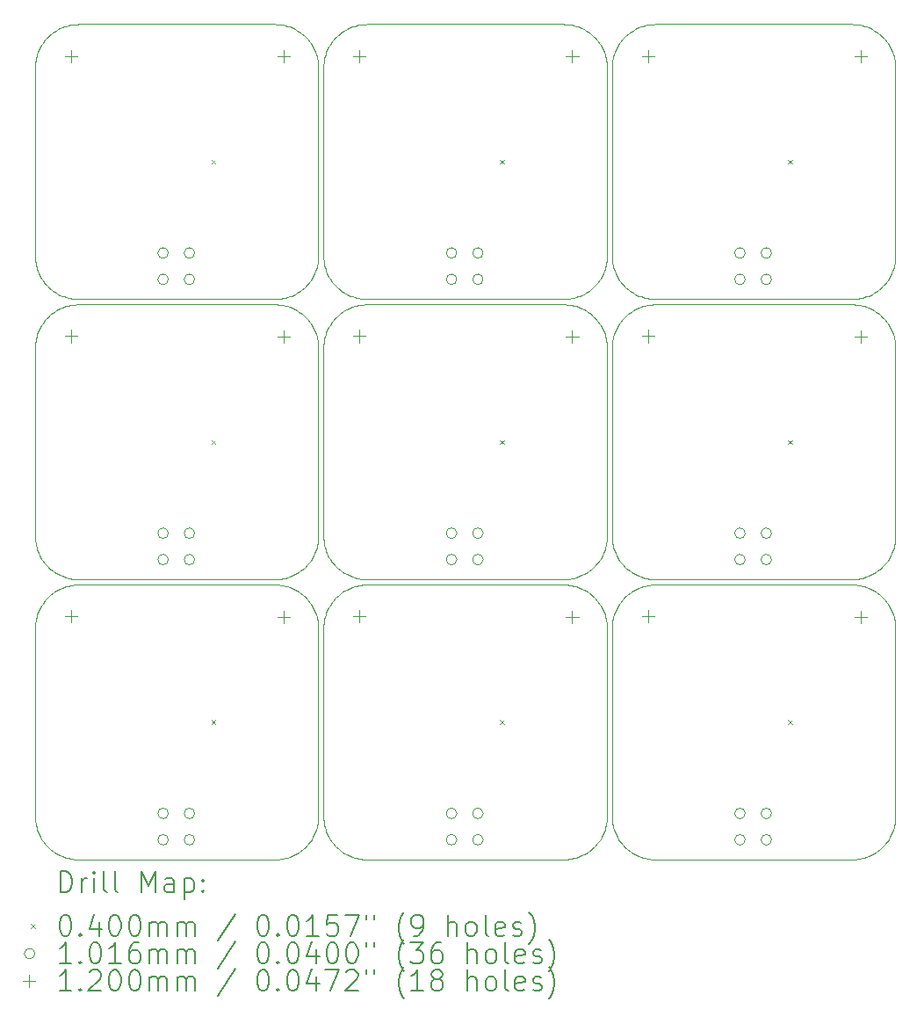
<source format=gbr>
%TF.GenerationSoftware,KiCad,Pcbnew,7.0.2-0*%
%TF.CreationDate,2024-04-22T23:11:48-05:00*%
%TF.ProjectId,SAOpowerboard_panelized,53414f70-6f77-4657-9262-6f6172645f70,rev?*%
%TF.SameCoordinates,Original*%
%TF.FileFunction,Drillmap*%
%TF.FilePolarity,Positive*%
%FSLAX45Y45*%
G04 Gerber Fmt 4.5, Leading zero omitted, Abs format (unit mm)*
G04 Created by KiCad (PCBNEW 7.0.2-0) date 2024-04-22 23:11:48*
%MOMM*%
%LPD*%
G01*
G04 APERTURE LIST*
%ADD10C,0.037041*%
%ADD11C,0.200000*%
%ADD12C,0.040000*%
%ADD13C,0.101600*%
%ADD14C,0.120000*%
G04 APERTURE END LIST*
D10*
X23927880Y-2288187D02*
X23916829Y-2271468D01*
X23927880Y-4987293D02*
X23916829Y-4970573D01*
X23927880Y-7686398D02*
X23916829Y-7669678D01*
X21147681Y-2288187D02*
X21136630Y-2271468D01*
X21147681Y-4987293D02*
X21136630Y-4970573D01*
X21147681Y-7686398D02*
X21136630Y-7669678D01*
X18367481Y-2288187D02*
X18356430Y-2271468D01*
X18367481Y-4987293D02*
X18356430Y-4970573D01*
X23879020Y-2224787D02*
X23864954Y-2210473D01*
X23879020Y-4923892D02*
X23864954Y-4909578D01*
X23879020Y-7622998D02*
X23864954Y-7608684D01*
X21098820Y-2224787D02*
X21084755Y-2210473D01*
X21098820Y-4923892D02*
X21084755Y-4909578D01*
X21098820Y-7622998D02*
X21084755Y-7608684D01*
X18318620Y-2224787D02*
X18304555Y-2210473D01*
X18318620Y-4923892D02*
X18304555Y-4909578D01*
X21577799Y-4725849D02*
X21598338Y-4730452D01*
X21577799Y-7424954D02*
X21598338Y-7429558D01*
X21577799Y-10124059D02*
X21598338Y-10128663D01*
X18797599Y-4725849D02*
X18818138Y-4730452D01*
X18797599Y-7424954D02*
X18818138Y-7429558D01*
X18797599Y-10124059D02*
X18818138Y-10128663D01*
X16017399Y-4725849D02*
X16037938Y-4730452D01*
X16017399Y-7424954D02*
X16037938Y-7429558D01*
X23586559Y-4738293D02*
X23608114Y-4736700D01*
X23586559Y-7437398D02*
X23608114Y-7435806D01*
X23586559Y-10136504D02*
X23608114Y-10134911D01*
X20806359Y-4738293D02*
X20827914Y-4736700D01*
X20806359Y-7437398D02*
X20827914Y-7435806D01*
X20806359Y-10136504D02*
X20827914Y-10134911D01*
X18026160Y-4738293D02*
X18047715Y-4736700D01*
X18026160Y-7437398D02*
X18047715Y-7435806D01*
X23564719Y-2089724D02*
X21683881Y-2089724D01*
X23564719Y-4788829D02*
X21683881Y-4788829D01*
X23564719Y-7487935D02*
X21683881Y-7487935D01*
X20784519Y-2089724D02*
X18903681Y-2089724D01*
X20784519Y-4788829D02*
X18903681Y-4788829D01*
X20784519Y-7487935D02*
X18903681Y-7487935D01*
X18004320Y-2089724D02*
X16123481Y-2089724D01*
X18004320Y-4788829D02*
X16123481Y-4788829D01*
X23729957Y-2122128D02*
X23710675Y-2114745D01*
X23729957Y-4821233D02*
X23710675Y-4813851D01*
X23729957Y-7520338D02*
X23710675Y-7512956D01*
X20949758Y-2122128D02*
X20930475Y-2114745D01*
X20949758Y-4821233D02*
X20930475Y-4813851D01*
X20949758Y-7520338D02*
X20930475Y-7512956D01*
X18169558Y-2122128D02*
X18150276Y-2114745D01*
X18169558Y-4821233D02*
X18150276Y-4813851D01*
X23690947Y-2108263D02*
X23670801Y-2102706D01*
X23690947Y-4807368D02*
X23670801Y-4801812D01*
X23690947Y-7506473D02*
X23670801Y-7500917D01*
X20910748Y-2108263D02*
X20890601Y-2102706D01*
X20910748Y-4807368D02*
X20890601Y-4801812D01*
X20910748Y-7506473D02*
X20890601Y-7500917D01*
X18130548Y-2108263D02*
X18110401Y-2102706D01*
X18130548Y-4807368D02*
X18110401Y-4801812D01*
X23608114Y-2091853D02*
X23586559Y-2090260D01*
X23608114Y-4790958D02*
X23586559Y-4789366D01*
X23608114Y-7490064D02*
X23586559Y-7488471D01*
X20827914Y-2091853D02*
X20806359Y-2090260D01*
X20827914Y-4790958D02*
X20806359Y-4789366D01*
X20827914Y-7490064D02*
X20806359Y-7488471D01*
X18047715Y-2091853D02*
X18026160Y-2090260D01*
X18047715Y-4790958D02*
X18026160Y-4789366D01*
X23980765Y-4409790D02*
X23984503Y-4389507D01*
X23980765Y-7108895D02*
X23984503Y-7088612D01*
X23980765Y-9808001D02*
X23984503Y-9787718D01*
X21200565Y-4409790D02*
X21204303Y-4389507D01*
X21200565Y-7108895D02*
X21204303Y-7088612D01*
X21200565Y-9808001D02*
X21204303Y-9787718D01*
X18420366Y-4409790D02*
X18424103Y-4389507D01*
X18420366Y-7108895D02*
X18424103Y-7088612D01*
X21662040Y-2090260D02*
X21640485Y-2091853D01*
X21662040Y-4789366D02*
X21640485Y-4790958D01*
X21662040Y-7488471D02*
X21640485Y-7490064D01*
X18881841Y-2090260D02*
X18860286Y-2091853D01*
X18881841Y-4789366D02*
X18860286Y-4790958D01*
X18881841Y-7488471D02*
X18860286Y-7490064D01*
X16101641Y-2090260D02*
X16080086Y-2091853D01*
X16101641Y-4789366D02*
X16080086Y-4790958D01*
X23767077Y-2139489D02*
X23748767Y-2130384D01*
X23767077Y-4838594D02*
X23748767Y-4829490D01*
X23767077Y-7537700D02*
X23748767Y-7528595D01*
X20986877Y-2139489D02*
X20968567Y-2130384D01*
X20986877Y-4838594D02*
X20968567Y-4829490D01*
X20986877Y-7537700D02*
X20968567Y-7528595D01*
X18206678Y-2139489D02*
X18188367Y-2130384D01*
X18206678Y-4838594D02*
X18188367Y-4829490D01*
X23904984Y-4573260D02*
X23916829Y-4557104D01*
X23904984Y-7272365D02*
X23916829Y-7256209D01*
X23904984Y-9971471D02*
X23916829Y-9955315D01*
X21124784Y-4573260D02*
X21136630Y-4557104D01*
X21124784Y-7272365D02*
X21136630Y-7256209D01*
X21124784Y-9971471D02*
X21136630Y-9955315D01*
X18344585Y-4573260D02*
X18356430Y-4557104D01*
X18344585Y-7272365D02*
X18356430Y-7256209D01*
X23690947Y-4720293D02*
X23710675Y-4713811D01*
X23690947Y-7419398D02*
X23710675Y-7412917D01*
X23690947Y-10118504D02*
X23710675Y-10112022D01*
X20910748Y-4720293D02*
X20930475Y-4713811D01*
X20910748Y-7419398D02*
X20930475Y-7412917D01*
X20910748Y-10118504D02*
X20930475Y-10112022D01*
X18130548Y-4720293D02*
X18150276Y-4713811D01*
X18130548Y-7419398D02*
X18150276Y-7412917D01*
X21662040Y-4738293D02*
X21683881Y-4738829D01*
X21662040Y-7437398D02*
X21683881Y-7437935D01*
X21662040Y-10136504D02*
X21683881Y-10137040D01*
X18881841Y-4738293D02*
X18903681Y-4738829D01*
X18881841Y-7437398D02*
X18903681Y-7437935D01*
X18881841Y-10136504D02*
X18903681Y-10137040D01*
X16101641Y-4738293D02*
X16123481Y-4738829D01*
X16101641Y-7437398D02*
X16123481Y-7437935D01*
X21301105Y-2323209D02*
X21292596Y-2341460D01*
X21301105Y-5022315D02*
X21292596Y-5040566D01*
X21301105Y-7721420D02*
X21292596Y-7739671D01*
X18520905Y-2323209D02*
X18512396Y-2341460D01*
X18520905Y-5022315D02*
X18512396Y-5040566D01*
X18520905Y-7721420D02*
X18512396Y-7739671D01*
X15740705Y-2323209D02*
X15732196Y-2341460D01*
X15740705Y-5022315D02*
X15732196Y-5040566D01*
X21413810Y-4644695D02*
X21429855Y-4656931D01*
X21413810Y-7343800D02*
X21429855Y-7356036D01*
X21413810Y-10042905D02*
X21429855Y-10055142D01*
X18633610Y-4644695D02*
X18649655Y-4656931D01*
X18633610Y-7343800D02*
X18649655Y-7356036D01*
X18633610Y-10042905D02*
X18649655Y-10055142D01*
X15853410Y-4644695D02*
X15869455Y-4656931D01*
X15853410Y-7343800D02*
X15869455Y-7356036D01*
X23767077Y-4689070D02*
X23784861Y-4679145D01*
X23767077Y-7388176D02*
X23784861Y-7378250D01*
X23767077Y-10087281D02*
X23784861Y-10077355D01*
X20986877Y-4689070D02*
X21004662Y-4679145D01*
X20986877Y-7388176D02*
X21004662Y-7378250D01*
X20986877Y-10087281D02*
X21004662Y-10077355D01*
X18206678Y-4689070D02*
X18224462Y-4679145D01*
X18206678Y-7388176D02*
X18224462Y-7378250D01*
X23892372Y-4588827D02*
X23904984Y-4573260D01*
X23892372Y-7287933D02*
X23904984Y-7272365D01*
X23892372Y-9987038D02*
X23904984Y-9971471D01*
X21112172Y-4588827D02*
X21124784Y-4573260D01*
X21112172Y-7287933D02*
X21124784Y-7272365D01*
X21112172Y-9987038D02*
X21124784Y-9971471D01*
X18331973Y-4588827D02*
X18344585Y-4573260D01*
X18331973Y-7287933D02*
X18344585Y-7272365D01*
X21557652Y-2108263D02*
X21537924Y-2114745D01*
X21557652Y-4807368D02*
X21537924Y-4813851D01*
X21557652Y-7506473D02*
X21537924Y-7512956D01*
X18777452Y-2108263D02*
X18757725Y-2114745D01*
X18777452Y-4807368D02*
X18757725Y-4813851D01*
X18777452Y-7506473D02*
X18757725Y-7512956D01*
X15997252Y-2108263D02*
X15977525Y-2114745D01*
X15997252Y-4807368D02*
X15977525Y-4813851D01*
X23710675Y-4713811D02*
X23729957Y-4706430D01*
X23710675Y-7412917D02*
X23729957Y-7405535D01*
X23710675Y-10112022D02*
X23729957Y-10104640D01*
X20930475Y-4713811D02*
X20949758Y-4706430D01*
X20930475Y-7412917D02*
X20949758Y-7405535D01*
X20930475Y-10112022D02*
X20949758Y-10104640D01*
X18150276Y-4713811D02*
X18169558Y-4706430D01*
X18150276Y-7412917D02*
X18169558Y-7405535D01*
X21398397Y-4631740D02*
X21413810Y-4644695D01*
X21398397Y-7330846D02*
X21413810Y-7343800D01*
X21398397Y-10029951D02*
X21413810Y-10042905D01*
X18618198Y-4631740D02*
X18633610Y-4644695D01*
X18618198Y-7330846D02*
X18633610Y-7343800D01*
X18618198Y-10029951D02*
X18633610Y-10042905D01*
X15837998Y-4631740D02*
X15853410Y-4644695D01*
X15837998Y-7330846D02*
X15853410Y-7343800D01*
X23916829Y-2271468D02*
X23904984Y-2255310D01*
X23916829Y-4970573D02*
X23904984Y-4954416D01*
X23916829Y-7669678D02*
X23904984Y-7653521D01*
X21136630Y-2271468D02*
X21124784Y-2255310D01*
X21136630Y-4970573D02*
X21124784Y-4954416D01*
X21136630Y-7669678D02*
X21124784Y-7653521D01*
X18356430Y-2271468D02*
X18344585Y-2255310D01*
X18356430Y-4970573D02*
X18344585Y-4954416D01*
X21518642Y-2122128D02*
X21499833Y-2130384D01*
X21518642Y-4821233D02*
X21499833Y-4829490D01*
X21518642Y-7520338D02*
X21499833Y-7528595D01*
X18738442Y-2122128D02*
X18719633Y-2130384D01*
X18738442Y-4821233D02*
X18719633Y-4829490D01*
X18738442Y-7520338D02*
X18719633Y-7528595D01*
X15958242Y-2122128D02*
X15939433Y-2130384D01*
X15958242Y-4821233D02*
X15939433Y-4829490D01*
X23818744Y-2171632D02*
X23802093Y-2160139D01*
X23818744Y-4870737D02*
X23802093Y-4859244D01*
X23818744Y-7569843D02*
X23802093Y-7558350D01*
X21038545Y-2171632D02*
X21021893Y-2160139D01*
X21038545Y-4870737D02*
X21021893Y-4859244D01*
X21038545Y-7569843D02*
X21021893Y-7558350D01*
X18258345Y-2171632D02*
X18241693Y-2160139D01*
X18258345Y-4870737D02*
X18241693Y-4859244D01*
X23988847Y-4347981D02*
X23989400Y-4326789D01*
X23988847Y-7047086D02*
X23989400Y-7025895D01*
X23988847Y-9746191D02*
X23989400Y-9725000D01*
X21208647Y-4347981D02*
X21209200Y-4326789D01*
X21208647Y-7047086D02*
X21209200Y-7025895D01*
X21208647Y-9746191D02*
X21209200Y-9725000D01*
X18428447Y-4347981D02*
X18429000Y-4326789D01*
X18428447Y-7047086D02*
X18429000Y-7025895D01*
X21446507Y-2160139D02*
X21429855Y-2171632D01*
X21446507Y-4859244D02*
X21429855Y-4870737D01*
X21446507Y-7558350D02*
X21429855Y-7569843D01*
X18666307Y-2160139D02*
X18649655Y-2171632D01*
X18666307Y-4859244D02*
X18649655Y-4870737D01*
X18666307Y-7558350D02*
X18649655Y-7569843D01*
X15886107Y-2160139D02*
X15869455Y-2171632D01*
X15886107Y-4859244D02*
X15869455Y-4870737D01*
X21619242Y-2094475D02*
X21598338Y-2098102D01*
X21619242Y-4793581D02*
X21598338Y-4797207D01*
X21619242Y-7492686D02*
X21598338Y-7496313D01*
X18839043Y-2094475D02*
X18818138Y-2098102D01*
X18839043Y-4793581D02*
X18818138Y-4797207D01*
X18839043Y-7492686D02*
X18818138Y-7496313D01*
X16058843Y-2094475D02*
X16037938Y-2098102D01*
X16058843Y-4793581D02*
X16037938Y-4797207D01*
X23976020Y-2398860D02*
X23970293Y-2379312D01*
X23976020Y-5097965D02*
X23970293Y-5078417D01*
X23976020Y-7797071D02*
X23970293Y-7777522D01*
X21195820Y-2398860D02*
X21190094Y-2379312D01*
X21195820Y-5097965D02*
X21190094Y-5078417D01*
X21195820Y-7797071D02*
X21190094Y-7777522D01*
X18415620Y-2398860D02*
X18409894Y-2379312D01*
X18415620Y-5097965D02*
X18409894Y-5078417D01*
X21320719Y-4540385D02*
X21331770Y-4557104D01*
X21320719Y-7239491D02*
X21331770Y-7256209D01*
X21320719Y-9938596D02*
X21331770Y-9955315D01*
X18540519Y-4540385D02*
X18551570Y-4557104D01*
X18540519Y-7239491D02*
X18551570Y-7256209D01*
X18540519Y-9938596D02*
X18551570Y-9955315D01*
X15760319Y-4540385D02*
X15771370Y-4557104D01*
X15760319Y-7239491D02*
X15771370Y-7256209D01*
X21683881Y-4738829D02*
X23564719Y-4738829D01*
X21683881Y-7437935D02*
X23564719Y-7437935D01*
X21683881Y-10137040D02*
X23564719Y-10137040D01*
X18903681Y-4738829D02*
X20784519Y-4738829D01*
X18903681Y-7437935D02*
X20784519Y-7437935D01*
X18903681Y-10137040D02*
X20784519Y-10137040D01*
X16123481Y-4738829D02*
X18004320Y-4738829D01*
X16123481Y-7437935D02*
X18004320Y-7437935D01*
X21463738Y-2149416D02*
X21446507Y-2160139D01*
X21463738Y-4848521D02*
X21446507Y-4859244D01*
X21463738Y-7547626D02*
X21446507Y-7558350D01*
X18683538Y-2149416D02*
X18666307Y-2160139D01*
X18683538Y-4848521D02*
X18666307Y-4859244D01*
X18683538Y-7547626D02*
X18666307Y-7558350D01*
X15903338Y-2149416D02*
X15886107Y-2160139D01*
X15903338Y-4848521D02*
X15886107Y-4859244D01*
X21356227Y-2239742D02*
X21343615Y-2255310D01*
X21356227Y-4938847D02*
X21343615Y-4954416D01*
X21356227Y-7637952D02*
X21343615Y-7653521D01*
X18576027Y-2239742D02*
X18563415Y-2255310D01*
X18576027Y-4938847D02*
X18563415Y-4954416D01*
X18576027Y-7637952D02*
X18563415Y-7653521D01*
X15795828Y-2239742D02*
X15783216Y-2255310D01*
X15795828Y-4938847D02*
X15783216Y-4954416D01*
X21499833Y-4698174D02*
X21518642Y-4706430D01*
X21499833Y-7397279D02*
X21518642Y-7405535D01*
X21499833Y-10096385D02*
X21518642Y-10104640D01*
X18719633Y-4698174D02*
X18738442Y-4706430D01*
X18719633Y-7397279D02*
X18738442Y-7405535D01*
X18719633Y-10096385D02*
X18738442Y-10104640D01*
X15939433Y-4698174D02*
X15958242Y-4706430D01*
X15939433Y-7397279D02*
X15958242Y-7405535D01*
X23564719Y-4738829D02*
X23586559Y-4738293D01*
X23564719Y-7437935D02*
X23586559Y-7437398D01*
X23564719Y-10137040D02*
X23586559Y-10136504D01*
X20784519Y-4738829D02*
X20806359Y-4738293D01*
X20784519Y-7437935D02*
X20806359Y-7437398D01*
X20784519Y-10137040D02*
X20806359Y-10136504D01*
X18004320Y-4738829D02*
X18026160Y-4738293D01*
X18004320Y-7437935D02*
X18026160Y-7437398D01*
X23984503Y-2439073D02*
X23980765Y-2418789D01*
X23984503Y-5138178D02*
X23980765Y-5117894D01*
X23984503Y-7837283D02*
X23980765Y-7817000D01*
X21204303Y-2439073D02*
X21200565Y-2418789D01*
X21204303Y-5138178D02*
X21200565Y-5117894D01*
X21204303Y-7837283D02*
X21200565Y-7817000D01*
X18424103Y-2439073D02*
X18420366Y-2418789D01*
X18424103Y-5138178D02*
X18420366Y-5117894D01*
X21301105Y-4505365D02*
X21310488Y-4523131D01*
X21301105Y-7204470D02*
X21310488Y-7222236D01*
X21301105Y-9903576D02*
X21310488Y-9921341D01*
X18520905Y-4505365D02*
X18530288Y-4523131D01*
X18520905Y-7204470D02*
X18530288Y-7222236D01*
X18520905Y-9903576D02*
X18530288Y-9921341D01*
X15740705Y-4505365D02*
X15750089Y-4523131D01*
X15740705Y-7204470D02*
X15750089Y-7222236D01*
X21259753Y-4347981D02*
X21261394Y-4368895D01*
X21259753Y-7047086D02*
X21261394Y-7068000D01*
X21259753Y-9746191D02*
X21261394Y-9767106D01*
X18479553Y-4347981D02*
X18481194Y-4368895D01*
X18479553Y-7047086D02*
X18481194Y-7068000D01*
X18479553Y-9746191D02*
X18481194Y-9767106D01*
X15699353Y-4347981D02*
X15700994Y-4368895D01*
X15699353Y-7047086D02*
X15700994Y-7068000D01*
X21683881Y-2089724D02*
X21662040Y-2090260D01*
X21683881Y-4788829D02*
X21662040Y-4789366D01*
X21683881Y-7487935D02*
X21662040Y-7488471D01*
X18903681Y-2089724D02*
X18881841Y-2090260D01*
X18903681Y-4788829D02*
X18881841Y-4789366D01*
X18903681Y-7487935D02*
X18881841Y-7488471D01*
X16123481Y-2089724D02*
X16101641Y-2090260D01*
X16123481Y-4788829D02*
X16101641Y-4789366D01*
X23987205Y-4368895D02*
X23988847Y-4347981D01*
X23987205Y-7068000D02*
X23988847Y-7047086D01*
X23987205Y-9767106D02*
X23988847Y-9746191D01*
X21207006Y-4368895D02*
X21208647Y-4347981D01*
X21207006Y-7068000D02*
X21208647Y-7047086D01*
X21207006Y-9767106D02*
X21208647Y-9746191D01*
X18426806Y-4368895D02*
X18428447Y-4347981D01*
X18426806Y-7068000D02*
X18428447Y-7047086D01*
X21261394Y-2459685D02*
X21259753Y-2480600D01*
X21261394Y-5158790D02*
X21259753Y-5179705D01*
X21261394Y-7857895D02*
X21259753Y-7878810D01*
X18481194Y-2459685D02*
X18479553Y-2480600D01*
X18481194Y-5158790D02*
X18479553Y-5179705D01*
X18481194Y-7857895D02*
X18479553Y-7878810D01*
X15700994Y-2459685D02*
X15699353Y-2480600D01*
X15700994Y-5158790D02*
X15699353Y-5179705D01*
X23834790Y-4644695D02*
X23850202Y-4631740D01*
X23834790Y-7343800D02*
X23850202Y-7330846D01*
X23834790Y-10042905D02*
X23850202Y-10029951D01*
X21054590Y-4644695D02*
X21070002Y-4631740D01*
X21054590Y-7343800D02*
X21070002Y-7330846D01*
X21054590Y-10042905D02*
X21070002Y-10029951D01*
X18274390Y-4644695D02*
X18289802Y-4631740D01*
X18274390Y-7343800D02*
X18289802Y-7330846D01*
X21369579Y-2224787D02*
X21356227Y-2239742D01*
X21369579Y-4923892D02*
X21356227Y-4938847D01*
X21369579Y-7622998D02*
X21356227Y-7637952D01*
X18589380Y-2224787D02*
X18576027Y-2239742D01*
X18589380Y-4923892D02*
X18576027Y-4938847D01*
X18589380Y-7622998D02*
X18576027Y-7637952D01*
X15809180Y-2224787D02*
X15795828Y-2239742D01*
X15809180Y-4923892D02*
X15795828Y-4938847D01*
X23904984Y-2255310D02*
X23892372Y-2239742D01*
X23904984Y-4954416D02*
X23892372Y-4938847D01*
X23904984Y-7653521D02*
X23892372Y-7637952D01*
X21124784Y-2255310D02*
X21112172Y-2239742D01*
X21124784Y-4954416D02*
X21112172Y-4938847D01*
X21124784Y-7653521D02*
X21112172Y-7637952D01*
X18344585Y-2255310D02*
X18331973Y-2239742D01*
X18344585Y-4954416D02*
X18331973Y-4938847D01*
X23784861Y-4679145D02*
X23802093Y-4668423D01*
X23784861Y-7378250D02*
X23802093Y-7367528D01*
X23784861Y-10077355D02*
X23802093Y-10066634D01*
X21004662Y-4679145D02*
X21021893Y-4668423D01*
X21004662Y-7378250D02*
X21021893Y-7367528D01*
X21004662Y-10077355D02*
X21021893Y-10066634D01*
X18224462Y-4679145D02*
X18241693Y-4668423D01*
X18224462Y-7378250D02*
X18241693Y-7367528D01*
X21619242Y-4734078D02*
X21640485Y-4736700D01*
X21619242Y-7433184D02*
X21640485Y-7435806D01*
X21619242Y-10132289D02*
X21640485Y-10134911D01*
X18839043Y-4734078D02*
X18860286Y-4736700D01*
X18839043Y-7433184D02*
X18860286Y-7435806D01*
X18839043Y-10132289D02*
X18860286Y-10134911D01*
X16058843Y-4734078D02*
X16080086Y-4736700D01*
X16058843Y-7433184D02*
X16080086Y-7435806D01*
X23988847Y-2480600D02*
X23987205Y-2459685D01*
X23988847Y-5179705D02*
X23987205Y-5158790D01*
X23988847Y-7878810D02*
X23987205Y-7857895D01*
X21208647Y-2480600D02*
X21207006Y-2459685D01*
X21208647Y-5179705D02*
X21207006Y-5158790D01*
X21208647Y-7878810D02*
X21207006Y-7857895D01*
X18428447Y-2480600D02*
X18426806Y-2459685D01*
X18428447Y-5179705D02*
X18426806Y-5158790D01*
X23947495Y-4505365D02*
X23956004Y-4487115D01*
X23947495Y-7204470D02*
X23956004Y-7186221D01*
X23947495Y-9903576D02*
X23956004Y-9885326D01*
X21167295Y-4505365D02*
X21175804Y-4487115D01*
X21167295Y-7204470D02*
X21175804Y-7186221D01*
X21167295Y-9903576D02*
X21175804Y-9885326D01*
X18387095Y-4505365D02*
X18395604Y-4487115D01*
X18387095Y-7204470D02*
X18395604Y-7186221D01*
X21499833Y-2130384D02*
X21481522Y-2139489D01*
X21499833Y-4829490D02*
X21481522Y-4838594D01*
X21499833Y-7528595D02*
X21481522Y-7537700D01*
X18719633Y-2130384D02*
X18701323Y-2139489D01*
X18719633Y-4829490D02*
X18701323Y-4838594D01*
X18719633Y-7528595D02*
X18701323Y-7537700D01*
X15939433Y-2130384D02*
X15921123Y-2139489D01*
X15939433Y-4829490D02*
X15921123Y-4838594D01*
X23864954Y-4618094D02*
X23879020Y-4603781D01*
X23864954Y-7317199D02*
X23879020Y-7302886D01*
X23864954Y-10016304D02*
X23879020Y-10001991D01*
X21084755Y-4618094D02*
X21098820Y-4603781D01*
X21084755Y-7317199D02*
X21098820Y-7302886D01*
X21084755Y-10016304D02*
X21098820Y-10001991D01*
X18304555Y-4618094D02*
X18318620Y-4603781D01*
X18304555Y-7317199D02*
X18318620Y-7302886D01*
X21557652Y-4720293D02*
X21577799Y-4725849D01*
X21557652Y-7419398D02*
X21577799Y-7424954D01*
X21557652Y-10118504D02*
X21577799Y-10124059D01*
X18777452Y-4720293D02*
X18797599Y-4725849D01*
X18777452Y-7419398D02*
X18797599Y-7424954D01*
X18777452Y-10118504D02*
X18797599Y-10124059D01*
X15997252Y-4720293D02*
X16017399Y-4725849D01*
X15997252Y-7419398D02*
X16017399Y-7424954D01*
X23864954Y-2210473D02*
X23850202Y-2196825D01*
X23864954Y-4909578D02*
X23850202Y-4895930D01*
X23864954Y-7608684D02*
X23850202Y-7595036D01*
X21084755Y-2210473D02*
X21070002Y-2196825D01*
X21084755Y-4909578D02*
X21070002Y-4895930D01*
X21084755Y-7608684D02*
X21070002Y-7595036D01*
X18304555Y-2210473D02*
X18289802Y-2196825D01*
X18304555Y-4909578D02*
X18289802Y-4895930D01*
X23608114Y-4736700D02*
X23629357Y-4734078D01*
X23608114Y-7435806D02*
X23629357Y-7433184D01*
X23608114Y-10134911D02*
X23629357Y-10132289D01*
X20827914Y-4736700D02*
X20849158Y-4734078D01*
X20827914Y-7435806D02*
X20849158Y-7433184D01*
X20827914Y-10134911D02*
X20849158Y-10132289D01*
X18047715Y-4736700D02*
X18068958Y-4734078D01*
X18047715Y-7435806D02*
X18068958Y-7433184D01*
X23670801Y-2102706D02*
X23650262Y-2098102D01*
X23670801Y-4801812D02*
X23650262Y-4797207D01*
X23670801Y-7500917D02*
X23650262Y-7496313D01*
X20890601Y-2102706D02*
X20870062Y-2098102D01*
X20890601Y-4801812D02*
X20870062Y-4797207D01*
X20890601Y-7500917D02*
X20870062Y-7496313D01*
X18110401Y-2102706D02*
X18089862Y-2098102D01*
X18110401Y-4801812D02*
X18089862Y-4797207D01*
X23938111Y-2305443D02*
X23927880Y-2288187D01*
X23938111Y-5004548D02*
X23927880Y-4987293D01*
X23938111Y-7703654D02*
X23927880Y-7686398D01*
X21157911Y-2305443D02*
X21147681Y-2288187D01*
X21157911Y-5004548D02*
X21147681Y-4987293D01*
X21157911Y-7703654D02*
X21147681Y-7686398D01*
X18377712Y-2305443D02*
X18367481Y-2288187D01*
X18377712Y-5004548D02*
X18367481Y-4987293D01*
X21259200Y-4326789D02*
X21259753Y-4347981D01*
X21259200Y-7025895D02*
X21259753Y-7047086D01*
X21259200Y-9725000D02*
X21259753Y-9746191D01*
X18479000Y-4326789D02*
X18479553Y-4347981D01*
X18479000Y-7025895D02*
X18479553Y-7047086D01*
X18479000Y-9725000D02*
X18479553Y-9746191D01*
X15698800Y-4326789D02*
X15699353Y-4347981D01*
X15698800Y-7025895D02*
X15699353Y-7047086D01*
X21429855Y-2171632D02*
X21413810Y-2183869D01*
X21429855Y-4870737D02*
X21413810Y-4882975D01*
X21429855Y-7569843D02*
X21413810Y-7582080D01*
X18649655Y-2171632D02*
X18633610Y-2183869D01*
X18649655Y-4870737D02*
X18633610Y-4882975D01*
X18649655Y-7569843D02*
X18633610Y-7582080D01*
X15869455Y-2171632D02*
X15853410Y-2183869D01*
X15869455Y-4870737D02*
X15853410Y-4882975D01*
X23802093Y-2160139D02*
X23784861Y-2149416D01*
X23802093Y-4859244D02*
X23784861Y-4848521D01*
X23802093Y-7558350D02*
X23784861Y-7547626D01*
X21021893Y-2160139D02*
X21004662Y-2149416D01*
X21021893Y-4859244D02*
X21004662Y-4848521D01*
X21021893Y-7558350D02*
X21004662Y-7547626D01*
X18241693Y-2160139D02*
X18224462Y-2149416D01*
X18241693Y-4859244D02*
X18224462Y-4848521D01*
X21356227Y-4588827D02*
X21369579Y-4603781D01*
X21356227Y-7287933D02*
X21369579Y-7302886D01*
X21356227Y-9987038D02*
X21369579Y-10001991D01*
X18576027Y-4588827D02*
X18589380Y-4603781D01*
X18576027Y-7287933D02*
X18589380Y-7302886D01*
X18576027Y-9987038D02*
X18589380Y-10001991D01*
X15795828Y-4588827D02*
X15809180Y-4603781D01*
X15795828Y-7287933D02*
X15809180Y-7302886D01*
X23629357Y-4734078D02*
X23650262Y-4730452D01*
X23629357Y-7433184D02*
X23650262Y-7429558D01*
X23629357Y-10132289D02*
X23650262Y-10128663D01*
X20849158Y-4734078D02*
X20870062Y-4730452D01*
X20849158Y-7433184D02*
X20870062Y-7429558D01*
X20849158Y-10132289D02*
X20870062Y-10128663D01*
X18068958Y-4734078D02*
X18089862Y-4730452D01*
X18068958Y-7433184D02*
X18089862Y-7429558D01*
X21259753Y-2480600D02*
X21259200Y-2501791D01*
X21259753Y-5179705D02*
X21259200Y-5200896D01*
X21259753Y-7878810D02*
X21259200Y-7900002D01*
X18479553Y-2480600D02*
X18479000Y-2501791D01*
X18479553Y-5179705D02*
X18479000Y-5200896D01*
X18479553Y-7878810D02*
X18479000Y-7900002D01*
X15699353Y-2480600D02*
X15698800Y-2501791D01*
X15699353Y-5179705D02*
X15698800Y-5200896D01*
X23629357Y-2094475D02*
X23608114Y-2091853D01*
X23629357Y-4793581D02*
X23608114Y-4790958D01*
X23629357Y-7492686D02*
X23608114Y-7490064D01*
X20849158Y-2094475D02*
X20827914Y-2091853D01*
X20849158Y-4793581D02*
X20827914Y-4790958D01*
X20849158Y-7492686D02*
X20827914Y-7490064D01*
X18068958Y-2094475D02*
X18047715Y-2091853D01*
X18068958Y-4793581D02*
X18047715Y-4790958D01*
X21446507Y-4668423D02*
X21463738Y-4679145D01*
X21446507Y-7367528D02*
X21463738Y-7378250D01*
X21446507Y-10066634D02*
X21463738Y-10077355D01*
X18666307Y-4668423D02*
X18683538Y-4679145D01*
X18666307Y-7367528D02*
X18683538Y-7378250D01*
X18666307Y-10066634D02*
X18683538Y-10077355D01*
X15886107Y-4668423D02*
X15903338Y-4679145D01*
X15886107Y-7367528D02*
X15903338Y-7378250D01*
X23976020Y-4429718D02*
X23980765Y-4409790D01*
X23976020Y-7128824D02*
X23980765Y-7108895D01*
X23976020Y-9827929D02*
X23980765Y-9808001D01*
X21195820Y-4429718D02*
X21200565Y-4409790D01*
X21195820Y-7128824D02*
X21200565Y-7108895D01*
X21195820Y-9827929D02*
X21200565Y-9808001D01*
X18415620Y-4429718D02*
X18420366Y-4409790D01*
X18415620Y-7128824D02*
X18420366Y-7108895D01*
X23980765Y-2418789D02*
X23976020Y-2398860D01*
X23980765Y-5117894D02*
X23976020Y-5097965D01*
X23980765Y-7817000D02*
X23976020Y-7797071D01*
X21200565Y-2418789D02*
X21195820Y-2398860D01*
X21200565Y-5117894D02*
X21195820Y-5097965D01*
X21200565Y-7817000D02*
X21195820Y-7797071D01*
X18420366Y-2418789D02*
X18415620Y-2398860D01*
X18420366Y-5117894D02*
X18415620Y-5097965D01*
X21267834Y-4409790D02*
X21272580Y-4429718D01*
X21267834Y-7108895D02*
X21272580Y-7128824D01*
X21267834Y-9808001D02*
X21272580Y-9827929D01*
X18487634Y-4409790D02*
X18492380Y-4429718D01*
X18487634Y-7108895D02*
X18492380Y-7128824D01*
X18487634Y-9808001D02*
X18492380Y-9827929D01*
X15707435Y-4409790D02*
X15712180Y-4429718D01*
X15707435Y-7108895D02*
X15712180Y-7128824D01*
X23970293Y-2379312D02*
X23963612Y-2360170D01*
X23970293Y-5078417D02*
X23963612Y-5059275D01*
X23970293Y-7777522D02*
X23963612Y-7758380D01*
X21190094Y-2379312D02*
X21183413Y-2360170D01*
X21190094Y-5078417D02*
X21183413Y-5059275D01*
X21190094Y-7777522D02*
X21183413Y-7758380D01*
X18409894Y-2379312D02*
X18403213Y-2360170D01*
X18409894Y-5078417D02*
X18403213Y-5059275D01*
X21272580Y-4429718D02*
X21278306Y-4449266D01*
X21272580Y-7128824D02*
X21278306Y-7148371D01*
X21272580Y-9827929D02*
X21278306Y-9847477D01*
X18492380Y-4429718D02*
X18498106Y-4449266D01*
X18492380Y-7128824D02*
X18498106Y-7148371D01*
X18492380Y-9827929D02*
X18498106Y-9847477D01*
X15712180Y-4429718D02*
X15717906Y-4449266D01*
X15712180Y-7128824D02*
X15717906Y-7148371D01*
X21310488Y-4523131D02*
X21320719Y-4540385D01*
X21310488Y-7222236D02*
X21320719Y-7239491D01*
X21310488Y-9921341D02*
X21320719Y-9938596D01*
X18530288Y-4523131D02*
X18540519Y-4540385D01*
X18530288Y-7222236D02*
X18540519Y-7239491D01*
X18530288Y-9921341D02*
X18540519Y-9938596D01*
X15750089Y-4523131D02*
X15760319Y-4540385D01*
X15750089Y-7222236D02*
X15760319Y-7239491D01*
X21640485Y-4736700D02*
X21662040Y-4738293D01*
X21640485Y-7435806D02*
X21662040Y-7437398D01*
X21640485Y-10134911D02*
X21662040Y-10136504D01*
X18860286Y-4736700D02*
X18881841Y-4738293D01*
X18860286Y-7435806D02*
X18881841Y-7437398D01*
X18860286Y-10134911D02*
X18881841Y-10136504D01*
X16080086Y-4736700D02*
X16101641Y-4738293D01*
X16080086Y-7435806D02*
X16101641Y-7437398D01*
X21481522Y-2139489D02*
X21463738Y-2149416D01*
X21481522Y-4838594D02*
X21463738Y-4848521D01*
X21481522Y-7537700D02*
X21463738Y-7547626D01*
X18701323Y-2139489D02*
X18683538Y-2149416D01*
X18701323Y-4838594D02*
X18683538Y-4848521D01*
X18701323Y-7537700D02*
X18683538Y-7547626D01*
X15921123Y-2139489D02*
X15903338Y-2149416D01*
X15921123Y-4838594D02*
X15903338Y-4848521D01*
X23956004Y-4487115D02*
X23963612Y-4468407D01*
X23956004Y-7186221D02*
X23963612Y-7167512D01*
X23956004Y-9885326D02*
X23963612Y-9866618D01*
X21175804Y-4487115D02*
X21183413Y-4468407D01*
X21175804Y-7186221D02*
X21183413Y-7167512D01*
X21175804Y-9885326D02*
X21183413Y-9866618D01*
X18395604Y-4487115D02*
X18403213Y-4468407D01*
X18395604Y-7186221D02*
X18403213Y-7167512D01*
X23670801Y-4725849D02*
X23690947Y-4720293D01*
X23670801Y-7424954D02*
X23690947Y-7419398D01*
X23670801Y-10124059D02*
X23690947Y-10118504D01*
X20890601Y-4725849D02*
X20910748Y-4720293D01*
X20890601Y-7424954D02*
X20910748Y-7419398D01*
X20890601Y-10124059D02*
X20910748Y-10118504D01*
X18110401Y-4725849D02*
X18130548Y-4720293D01*
X18110401Y-7424954D02*
X18130548Y-7419398D01*
X21261394Y-4368895D02*
X21264097Y-4389507D01*
X21261394Y-7068000D02*
X21264097Y-7088612D01*
X21261394Y-9767106D02*
X21264097Y-9787718D01*
X18481194Y-4368895D02*
X18483897Y-4389507D01*
X18481194Y-7068000D02*
X18483897Y-7088612D01*
X18481194Y-9767106D02*
X18483897Y-9787718D01*
X15700994Y-4368895D02*
X15703697Y-4389507D01*
X15700994Y-7068000D02*
X15703697Y-7088612D01*
X21598338Y-2098102D02*
X21577799Y-2102706D01*
X21598338Y-4797207D02*
X21577799Y-4801812D01*
X21598338Y-7496313D02*
X21577799Y-7500917D01*
X18818138Y-2098102D02*
X18797599Y-2102706D01*
X18818138Y-4797207D02*
X18797599Y-4801812D01*
X18818138Y-7496313D02*
X18797599Y-7500917D01*
X16037938Y-2098102D02*
X16017399Y-2102706D01*
X16037938Y-4797207D02*
X16017399Y-4801812D01*
X21320719Y-2288187D02*
X21310488Y-2305443D01*
X21320719Y-4987293D02*
X21310488Y-5004548D01*
X21320719Y-7686398D02*
X21310488Y-7703654D01*
X18540519Y-2288187D02*
X18530288Y-2305443D01*
X18540519Y-4987293D02*
X18530288Y-5004548D01*
X18540519Y-7686398D02*
X18530288Y-7703654D01*
X15760319Y-2288187D02*
X15750089Y-2305443D01*
X15760319Y-4987293D02*
X15750089Y-5004548D01*
X23892372Y-2239742D02*
X23879020Y-2224787D01*
X23892372Y-4938847D02*
X23879020Y-4923892D01*
X23892372Y-7637952D02*
X23879020Y-7622998D01*
X21112172Y-2239742D02*
X21098820Y-2224787D01*
X21112172Y-4938847D02*
X21098820Y-4923892D01*
X21112172Y-7637952D02*
X21098820Y-7622998D01*
X18331973Y-2239742D02*
X18318620Y-2224787D01*
X18331973Y-4938847D02*
X18318620Y-4923892D01*
X21481522Y-4689070D02*
X21499833Y-4698174D01*
X21481522Y-7388176D02*
X21499833Y-7397279D01*
X21481522Y-10087281D02*
X21499833Y-10096385D01*
X18701323Y-4689070D02*
X18719633Y-4698174D01*
X18701323Y-7388176D02*
X18719633Y-7397279D01*
X18701323Y-10087281D02*
X18719633Y-10096385D01*
X15921123Y-4689070D02*
X15939433Y-4698174D01*
X15921123Y-7388176D02*
X15939433Y-7397279D01*
X21267834Y-2418789D02*
X21264097Y-2439073D01*
X21267834Y-5117894D02*
X21264097Y-5138178D01*
X21267834Y-7817000D02*
X21264097Y-7837283D01*
X18487634Y-2418789D02*
X18483897Y-2439073D01*
X18487634Y-5117894D02*
X18483897Y-5138178D01*
X18487634Y-7817000D02*
X18483897Y-7837283D01*
X15707435Y-2418789D02*
X15703697Y-2439073D01*
X15707435Y-5117894D02*
X15703697Y-5138178D01*
X23748767Y-2130384D02*
X23729957Y-2122128D01*
X23748767Y-4829490D02*
X23729957Y-4821233D01*
X23748767Y-7528595D02*
X23729957Y-7520338D01*
X20968567Y-2130384D02*
X20949758Y-2122128D01*
X20968567Y-4829490D02*
X20949758Y-4821233D01*
X20968567Y-7528595D02*
X20949758Y-7520338D01*
X18188367Y-2130384D02*
X18169558Y-2122128D01*
X18188367Y-4829490D02*
X18169558Y-4821233D01*
X21278306Y-4449266D02*
X21284987Y-4468407D01*
X21278306Y-7148371D02*
X21284987Y-7167512D01*
X21278306Y-9847477D02*
X21284987Y-9866618D01*
X18498106Y-4449266D02*
X18504787Y-4468407D01*
X18498106Y-7148371D02*
X18504787Y-7167512D01*
X18498106Y-9847477D02*
X18504787Y-9866618D01*
X15717906Y-4449266D02*
X15724587Y-4468407D01*
X15717906Y-7148371D02*
X15724587Y-7167512D01*
X23850202Y-2196825D02*
X23834790Y-2183869D01*
X23850202Y-4895930D02*
X23834790Y-4882975D01*
X23850202Y-7595036D02*
X23834790Y-7582080D01*
X21070002Y-2196825D02*
X21054590Y-2183869D01*
X21070002Y-4895930D02*
X21054590Y-4882975D01*
X21070002Y-7595036D02*
X21054590Y-7582080D01*
X18289802Y-2196825D02*
X18274390Y-2183869D01*
X18289802Y-4895930D02*
X18274390Y-4882975D01*
X23748767Y-4698174D02*
X23767077Y-4689070D01*
X23748767Y-7397279D02*
X23767077Y-7388176D01*
X23748767Y-10096385D02*
X23767077Y-10087281D01*
X20968567Y-4698174D02*
X20986877Y-4689070D01*
X20968567Y-7397279D02*
X20986877Y-7388176D01*
X20968567Y-10096385D02*
X20986877Y-10087281D01*
X18188367Y-4698174D02*
X18206678Y-4689070D01*
X18188367Y-7397279D02*
X18206678Y-7388176D01*
X21343615Y-4573260D02*
X21356227Y-4588827D01*
X21343615Y-7272365D02*
X21356227Y-7287933D01*
X21343615Y-9971471D02*
X21356227Y-9987038D01*
X18563415Y-4573260D02*
X18576027Y-4588827D01*
X18563415Y-7272365D02*
X18576027Y-7287933D01*
X18563415Y-9971471D02*
X18576027Y-9987038D01*
X15783216Y-4573260D02*
X15795828Y-4588827D01*
X15783216Y-7272365D02*
X15795828Y-7287933D01*
X21264097Y-4389507D02*
X21267834Y-4409790D01*
X21264097Y-7088612D02*
X21267834Y-7108895D01*
X21264097Y-9787718D02*
X21267834Y-9808001D01*
X18483897Y-4389507D02*
X18487634Y-4409790D01*
X18483897Y-7088612D02*
X18487634Y-7108895D01*
X18483897Y-9787718D02*
X18487634Y-9808001D01*
X15703697Y-4389507D02*
X15707435Y-4409790D01*
X15703697Y-7088612D02*
X15707435Y-7108895D01*
X23987205Y-2459685D02*
X23984503Y-2439073D01*
X23987205Y-5158790D02*
X23984503Y-5138178D01*
X23987205Y-7857895D02*
X23984503Y-7837283D01*
X21207006Y-2459685D02*
X21204303Y-2439073D01*
X21207006Y-5158790D02*
X21204303Y-5138178D01*
X21207006Y-7857895D02*
X21204303Y-7837283D01*
X18426806Y-2459685D02*
X18424103Y-2439073D01*
X18426806Y-5158790D02*
X18424103Y-5138178D01*
X21278306Y-2379312D02*
X21272580Y-2398860D01*
X21278306Y-5078417D02*
X21272580Y-5097965D01*
X21278306Y-7777522D02*
X21272580Y-7797071D01*
X18498106Y-2379312D02*
X18492380Y-2398860D01*
X18498106Y-5078417D02*
X18492380Y-5097965D01*
X18498106Y-7777522D02*
X18492380Y-7797071D01*
X15717906Y-2379312D02*
X15712180Y-2398860D01*
X15717906Y-5078417D02*
X15712180Y-5097965D01*
X23989400Y-2501791D02*
X23988847Y-2480600D01*
X23989400Y-5200896D02*
X23988847Y-5179705D01*
X23989400Y-7900002D02*
X23988847Y-7878810D01*
X21209200Y-2501791D02*
X21208647Y-2480600D01*
X21209200Y-5200896D02*
X21208647Y-5179705D01*
X21209200Y-7900002D02*
X21208647Y-7878810D01*
X18429000Y-2501791D02*
X18428447Y-2480600D01*
X18429000Y-5200896D02*
X18428447Y-5179705D01*
X21429855Y-4656931D02*
X21446507Y-4668423D01*
X21429855Y-7356036D02*
X21446507Y-7367528D01*
X21429855Y-10055142D02*
X21446507Y-10066634D01*
X18649655Y-4656931D02*
X18666307Y-4668423D01*
X18649655Y-7356036D02*
X18666307Y-7367528D01*
X18649655Y-10055142D02*
X18666307Y-10066634D01*
X15869455Y-4656931D02*
X15886107Y-4668423D01*
X15869455Y-7356036D02*
X15886107Y-7367528D01*
X23650262Y-4730452D02*
X23670801Y-4725849D01*
X23650262Y-7429558D02*
X23670801Y-7424954D01*
X23650262Y-10128663D02*
X23670801Y-10124059D01*
X20870062Y-4730452D02*
X20890601Y-4725849D01*
X20870062Y-7429558D02*
X20890601Y-7424954D01*
X20870062Y-10128663D02*
X20890601Y-10124059D01*
X18089862Y-4730452D02*
X18110401Y-4725849D01*
X18089862Y-7429558D02*
X18110401Y-7424954D01*
X21284987Y-4468407D02*
X21292596Y-4487115D01*
X21284987Y-7167512D02*
X21292596Y-7186221D01*
X21284987Y-9866618D02*
X21292596Y-9885326D01*
X18504787Y-4468407D02*
X18512396Y-4487115D01*
X18504787Y-7167512D02*
X18512396Y-7186221D01*
X18504787Y-9866618D02*
X18512396Y-9885326D01*
X15724587Y-4468407D02*
X15732196Y-4487115D01*
X15724587Y-7167512D02*
X15732196Y-7186221D01*
X23927880Y-4540385D02*
X23938111Y-4523131D01*
X23927880Y-7239491D02*
X23938111Y-7222236D01*
X23927880Y-9938596D02*
X23938111Y-9921341D01*
X21147681Y-4540385D02*
X21157911Y-4523131D01*
X21147681Y-7239491D02*
X21157911Y-7222236D01*
X21147681Y-9938596D02*
X21157911Y-9921341D01*
X18367481Y-4540385D02*
X18377712Y-4523131D01*
X18367481Y-7239491D02*
X18377712Y-7222236D01*
X23784861Y-2149416D02*
X23767077Y-2139489D01*
X23784861Y-4848521D02*
X23767077Y-4838594D01*
X23784861Y-7547626D02*
X23767077Y-7537700D01*
X21004662Y-2149416D02*
X20986877Y-2139489D01*
X21004662Y-4848521D02*
X20986877Y-4838594D01*
X21004662Y-7547626D02*
X20986877Y-7537700D01*
X18224462Y-2149416D02*
X18206678Y-2139489D01*
X18224462Y-4848521D02*
X18206678Y-4838594D01*
X23947495Y-2323209D02*
X23938111Y-2305443D01*
X23947495Y-5022315D02*
X23938111Y-5004548D01*
X23947495Y-7721420D02*
X23938111Y-7703654D01*
X21167295Y-2323209D02*
X21157911Y-2305443D01*
X21167295Y-5022315D02*
X21157911Y-5004548D01*
X21167295Y-7721420D02*
X21157911Y-7703654D01*
X18387095Y-2323209D02*
X18377712Y-2305443D01*
X18387095Y-5022315D02*
X18377712Y-5004548D01*
X23650262Y-2098102D02*
X23629357Y-2094475D01*
X23650262Y-4797207D02*
X23629357Y-4793581D01*
X23650262Y-7496313D02*
X23629357Y-7492686D01*
X20870062Y-2098102D02*
X20849158Y-2094475D01*
X20870062Y-4797207D02*
X20849158Y-4793581D01*
X20870062Y-7496313D02*
X20849158Y-7492686D01*
X18089862Y-2098102D02*
X18068958Y-2094475D01*
X18089862Y-4797207D02*
X18068958Y-4793581D01*
X21577799Y-2102706D02*
X21557652Y-2108263D01*
X21577799Y-4801812D02*
X21557652Y-4807368D01*
X21577799Y-7500917D02*
X21557652Y-7506473D01*
X18797599Y-2102706D02*
X18777452Y-2108263D01*
X18797599Y-4801812D02*
X18777452Y-4807368D01*
X18797599Y-7500917D02*
X18777452Y-7506473D01*
X16017399Y-2102706D02*
X15997252Y-2108263D01*
X16017399Y-4801812D02*
X15997252Y-4807368D01*
X21264097Y-2439073D02*
X21261394Y-2459685D01*
X21264097Y-5138178D02*
X21261394Y-5158790D01*
X21264097Y-7837283D02*
X21261394Y-7857895D01*
X18483897Y-2439073D02*
X18481194Y-2459685D01*
X18483897Y-5138178D02*
X18481194Y-5158790D01*
X18483897Y-7837283D02*
X18481194Y-7857895D01*
X15703697Y-2439073D02*
X15700994Y-2459685D01*
X15703697Y-5138178D02*
X15700994Y-5158790D01*
X23916829Y-4557104D02*
X23927880Y-4540385D01*
X23916829Y-7256209D02*
X23927880Y-7239491D01*
X23916829Y-9955315D02*
X23927880Y-9938596D01*
X21136630Y-4557104D02*
X21147681Y-4540385D01*
X21136630Y-7256209D02*
X21147681Y-7239491D01*
X21136630Y-9955315D02*
X21147681Y-9938596D01*
X18356430Y-4557104D02*
X18367481Y-4540385D01*
X18356430Y-7256209D02*
X18367481Y-7239491D01*
X21413810Y-2183869D02*
X21398397Y-2196825D01*
X21413810Y-4882975D02*
X21398397Y-4895930D01*
X21413810Y-7582080D02*
X21398397Y-7595036D01*
X18633610Y-2183869D02*
X18618198Y-2196825D01*
X18633610Y-4882975D02*
X18618198Y-4895930D01*
X18633610Y-7582080D02*
X18618198Y-7595036D01*
X15853410Y-2183869D02*
X15837998Y-2196825D01*
X15853410Y-4882975D02*
X15837998Y-4895930D01*
X23956004Y-2341460D02*
X23947495Y-2323209D01*
X23956004Y-5040566D02*
X23947495Y-5022315D01*
X23956004Y-7739671D02*
X23947495Y-7721420D01*
X21175804Y-2341460D02*
X21167295Y-2323209D01*
X21175804Y-5040566D02*
X21167295Y-5022315D01*
X21175804Y-7739671D02*
X21167295Y-7721420D01*
X18395604Y-2341460D02*
X18387095Y-2323209D01*
X18395604Y-5040566D02*
X18387095Y-5022315D01*
X23802093Y-4668423D02*
X23818744Y-4656931D01*
X23802093Y-7367528D02*
X23818744Y-7356036D01*
X23802093Y-10066634D02*
X23818744Y-10055142D01*
X21021893Y-4668423D02*
X21038545Y-4656931D01*
X21021893Y-7367528D02*
X21038545Y-7356036D01*
X21021893Y-10066634D02*
X21038545Y-10055142D01*
X18241693Y-4668423D02*
X18258345Y-4656931D01*
X18241693Y-7367528D02*
X18258345Y-7356036D01*
X23970293Y-4449266D02*
X23976020Y-4429718D01*
X23970293Y-7148371D02*
X23976020Y-7128824D01*
X23970293Y-9847477D02*
X23976020Y-9827929D01*
X21190094Y-4449266D02*
X21195820Y-4429718D01*
X21190094Y-7148371D02*
X21195820Y-7128824D01*
X21190094Y-9847477D02*
X21195820Y-9827929D01*
X18409894Y-4449266D02*
X18415620Y-4429718D01*
X18409894Y-7148371D02*
X18415620Y-7128824D01*
X23834790Y-2183869D02*
X23818744Y-2171632D01*
X23834790Y-4882975D02*
X23818744Y-4870737D01*
X23834790Y-7582080D02*
X23818744Y-7569843D01*
X21054590Y-2183869D02*
X21038545Y-2171632D01*
X21054590Y-4882975D02*
X21038545Y-4870737D01*
X21054590Y-7582080D02*
X21038545Y-7569843D01*
X18274390Y-2183869D02*
X18258345Y-2171632D01*
X18274390Y-4882975D02*
X18258345Y-4870737D01*
X21331770Y-2271468D02*
X21320719Y-2288187D01*
X21331770Y-4970573D02*
X21320719Y-4987293D01*
X21331770Y-7669678D02*
X21320719Y-7686398D01*
X18551570Y-2271468D02*
X18540519Y-2288187D01*
X18551570Y-4970573D02*
X18540519Y-4987293D01*
X18551570Y-7669678D02*
X18540519Y-7686398D01*
X15771370Y-2271468D02*
X15760319Y-2288187D01*
X15771370Y-4970573D02*
X15760319Y-4987293D01*
X23963612Y-4468407D02*
X23970293Y-4449266D01*
X23963612Y-7167512D02*
X23970293Y-7148371D01*
X23963612Y-9866618D02*
X23970293Y-9847477D01*
X21183413Y-4468407D02*
X21190094Y-4449266D01*
X21183413Y-7167512D02*
X21190094Y-7148371D01*
X21183413Y-9866618D02*
X21190094Y-9847477D01*
X18403213Y-4468407D02*
X18409894Y-4449266D01*
X18403213Y-7167512D02*
X18409894Y-7148371D01*
X21383645Y-4618094D02*
X21398397Y-4631740D01*
X21383645Y-7317199D02*
X21398397Y-7330846D01*
X21383645Y-10016304D02*
X21398397Y-10029951D01*
X18603445Y-4618094D02*
X18618198Y-4631740D01*
X18603445Y-7317199D02*
X18618198Y-7330846D01*
X18603445Y-10016304D02*
X18618198Y-10029951D01*
X15823245Y-4618094D02*
X15837998Y-4631740D01*
X15823245Y-7317199D02*
X15837998Y-7330846D01*
X21310488Y-2305443D02*
X21301105Y-2323209D01*
X21310488Y-5004548D02*
X21301105Y-5022315D01*
X21310488Y-7703654D02*
X21301105Y-7721420D01*
X18530288Y-2305443D02*
X18520905Y-2323209D01*
X18530288Y-5004548D02*
X18520905Y-5022315D01*
X18530288Y-7703654D02*
X18520905Y-7721420D01*
X15750089Y-2305443D02*
X15740705Y-2323209D01*
X15750089Y-5004548D02*
X15740705Y-5022315D01*
X23989400Y-4326789D02*
X23989400Y-2501791D01*
X23989400Y-7025895D02*
X23989400Y-5200896D01*
X23989400Y-9725000D02*
X23989400Y-7900002D01*
X21209200Y-4326789D02*
X21209200Y-2501791D01*
X21209200Y-7025895D02*
X21209200Y-5200896D01*
X21209200Y-9725000D02*
X21209200Y-7900002D01*
X18429000Y-4326789D02*
X18429000Y-2501791D01*
X18429000Y-7025895D02*
X18429000Y-5200896D01*
X21284987Y-2360170D02*
X21278306Y-2379312D01*
X21284987Y-5059275D02*
X21278306Y-5078417D01*
X21284987Y-7758380D02*
X21278306Y-7777522D01*
X18504787Y-2360170D02*
X18498106Y-2379312D01*
X18504787Y-5059275D02*
X18498106Y-5078417D01*
X18504787Y-7758380D02*
X18498106Y-7777522D01*
X15724587Y-2360170D02*
X15717906Y-2379312D01*
X15724587Y-5059275D02*
X15717906Y-5078417D01*
X21383645Y-2210473D02*
X21369579Y-2224787D01*
X21383645Y-4909578D02*
X21369579Y-4923892D01*
X21383645Y-7608684D02*
X21369579Y-7622998D01*
X18603445Y-2210473D02*
X18589380Y-2224787D01*
X18603445Y-4909578D02*
X18589380Y-4923892D01*
X18603445Y-7608684D02*
X18589380Y-7622998D01*
X15823245Y-2210473D02*
X15809180Y-2224787D01*
X15823245Y-4909578D02*
X15809180Y-4923892D01*
X23963612Y-2360170D02*
X23956004Y-2341460D01*
X23963612Y-5059275D02*
X23956004Y-5040566D01*
X23963612Y-7758380D02*
X23956004Y-7739671D01*
X21183413Y-2360170D02*
X21175804Y-2341460D01*
X21183413Y-5059275D02*
X21175804Y-5040566D01*
X21183413Y-7758380D02*
X21175804Y-7739671D01*
X18403213Y-2360170D02*
X18395604Y-2341460D01*
X18403213Y-5059275D02*
X18395604Y-5040566D01*
X21518642Y-4706430D02*
X21537924Y-4713811D01*
X21518642Y-7405535D02*
X21537924Y-7412917D01*
X21518642Y-10104640D02*
X21537924Y-10112022D01*
X18738442Y-4706430D02*
X18757725Y-4713811D01*
X18738442Y-7405535D02*
X18757725Y-7412917D01*
X18738442Y-10104640D02*
X18757725Y-10112022D01*
X15958242Y-4706430D02*
X15977525Y-4713811D01*
X15958242Y-7405535D02*
X15977525Y-7412917D01*
X21463738Y-4679145D02*
X21481522Y-4689070D01*
X21463738Y-7378250D02*
X21481522Y-7388176D01*
X21463738Y-10077355D02*
X21481522Y-10087281D01*
X18683538Y-4679145D02*
X18701323Y-4689070D01*
X18683538Y-7378250D02*
X18701323Y-7388176D01*
X18683538Y-10077355D02*
X18701323Y-10087281D01*
X15903338Y-4679145D02*
X15921123Y-4689070D01*
X15903338Y-7378250D02*
X15921123Y-7388176D01*
X23586559Y-2090260D02*
X23564719Y-2089724D01*
X23586559Y-4789366D02*
X23564719Y-4788829D01*
X23586559Y-7488471D02*
X23564719Y-7487935D01*
X20806359Y-2090260D02*
X20784519Y-2089724D01*
X20806359Y-4789366D02*
X20784519Y-4788829D01*
X20806359Y-7488471D02*
X20784519Y-7487935D01*
X18026160Y-2090260D02*
X18004320Y-2089724D01*
X18026160Y-4789366D02*
X18004320Y-4788829D01*
X23984503Y-4389507D02*
X23987205Y-4368895D01*
X23984503Y-7088612D02*
X23987205Y-7068000D01*
X23984503Y-9787718D02*
X23987205Y-9767106D01*
X21204303Y-4389507D02*
X21207006Y-4368895D01*
X21204303Y-7088612D02*
X21207006Y-7068000D01*
X21204303Y-9787718D02*
X21207006Y-9767106D01*
X18424103Y-4389507D02*
X18426806Y-4368895D01*
X18424103Y-7088612D02*
X18426806Y-7068000D01*
X21369579Y-4603781D02*
X21383645Y-4618094D01*
X21369579Y-7302886D02*
X21383645Y-7317199D01*
X21369579Y-10001991D02*
X21383645Y-10016304D01*
X18589380Y-4603781D02*
X18603445Y-4618094D01*
X18589380Y-7302886D02*
X18603445Y-7317199D01*
X18589380Y-10001991D02*
X18603445Y-10016304D01*
X15809180Y-4603781D02*
X15823245Y-4618094D01*
X15809180Y-7302886D02*
X15823245Y-7317199D01*
X23818744Y-4656931D02*
X23834790Y-4644695D01*
X23818744Y-7356036D02*
X23834790Y-7343800D01*
X23818744Y-10055142D02*
X23834790Y-10042905D01*
X21038545Y-4656931D02*
X21054590Y-4644695D01*
X21038545Y-7356036D02*
X21054590Y-7343800D01*
X21038545Y-10055142D02*
X21054590Y-10042905D01*
X18258345Y-4656931D02*
X18274390Y-4644695D01*
X18258345Y-7356036D02*
X18274390Y-7343800D01*
X21598338Y-4730452D02*
X21619242Y-4734078D01*
X21598338Y-7429558D02*
X21619242Y-7433184D01*
X21598338Y-10128663D02*
X21619242Y-10132289D01*
X18818138Y-4730452D02*
X18839043Y-4734078D01*
X18818138Y-7429558D02*
X18839043Y-7433184D01*
X18818138Y-10128663D02*
X18839043Y-10132289D01*
X16037938Y-4730452D02*
X16058843Y-4734078D01*
X16037938Y-7429558D02*
X16058843Y-7433184D01*
X21259200Y-2501791D02*
X21259200Y-4326789D01*
X21259200Y-5200896D02*
X21259200Y-7025895D01*
X21259200Y-7900002D02*
X21259200Y-9725000D01*
X18479000Y-2501791D02*
X18479000Y-4326789D01*
X18479000Y-5200896D02*
X18479000Y-7025895D01*
X18479000Y-7900002D02*
X18479000Y-9725000D01*
X15698800Y-2501791D02*
X15698800Y-4326789D01*
X15698800Y-5200896D02*
X15698800Y-7025895D01*
X21343615Y-2255310D02*
X21331770Y-2271468D01*
X21343615Y-4954416D02*
X21331770Y-4970573D01*
X21343615Y-7653521D02*
X21331770Y-7669678D01*
X18563415Y-2255310D02*
X18551570Y-2271468D01*
X18563415Y-4954416D02*
X18551570Y-4970573D01*
X18563415Y-7653521D02*
X18551570Y-7669678D01*
X15783216Y-2255310D02*
X15771370Y-2271468D01*
X15783216Y-4954416D02*
X15771370Y-4970573D01*
X23729957Y-4706430D02*
X23748767Y-4698174D01*
X23729957Y-7405535D02*
X23748767Y-7397279D01*
X23729957Y-10104640D02*
X23748767Y-10096385D01*
X20949758Y-4706430D02*
X20968567Y-4698174D01*
X20949758Y-7405535D02*
X20968567Y-7397279D01*
X20949758Y-10104640D02*
X20968567Y-10096385D01*
X18169558Y-4706430D02*
X18188367Y-4698174D01*
X18169558Y-7405535D02*
X18188367Y-7397279D01*
X21331770Y-4557104D02*
X21343615Y-4573260D01*
X21331770Y-7256209D02*
X21343615Y-7272365D01*
X21331770Y-9955315D02*
X21343615Y-9971471D01*
X18551570Y-4557104D02*
X18563415Y-4573260D01*
X18551570Y-7256209D02*
X18563415Y-7272365D01*
X18551570Y-9955315D02*
X18563415Y-9971471D01*
X15771370Y-4557104D02*
X15783216Y-4573260D01*
X15771370Y-7256209D02*
X15783216Y-7272365D01*
X23710675Y-2114745D02*
X23690947Y-2108263D01*
X23710675Y-4813851D02*
X23690947Y-4807368D01*
X23710675Y-7512956D02*
X23690947Y-7506473D01*
X20930475Y-2114745D02*
X20910748Y-2108263D01*
X20930475Y-4813851D02*
X20910748Y-4807368D01*
X20930475Y-7512956D02*
X20910748Y-7506473D01*
X18150276Y-2114745D02*
X18130548Y-2108263D01*
X18150276Y-4813851D02*
X18130548Y-4807368D01*
X23850202Y-4631740D02*
X23864954Y-4618094D01*
X23850202Y-7330846D02*
X23864954Y-7317199D01*
X23850202Y-10029951D02*
X23864954Y-10016304D01*
X21070002Y-4631740D02*
X21084755Y-4618094D01*
X21070002Y-7330846D02*
X21084755Y-7317199D01*
X21070002Y-10029951D02*
X21084755Y-10016304D01*
X18289802Y-4631740D02*
X18304555Y-4618094D01*
X18289802Y-7330846D02*
X18304555Y-7317199D01*
X21537924Y-2114745D02*
X21518642Y-2122128D01*
X21537924Y-4813851D02*
X21518642Y-4821233D01*
X21537924Y-7512956D02*
X21518642Y-7520338D01*
X18757725Y-2114745D02*
X18738442Y-2122128D01*
X18757725Y-4813851D02*
X18738442Y-4821233D01*
X18757725Y-7512956D02*
X18738442Y-7520338D01*
X15977525Y-2114745D02*
X15958242Y-2122128D01*
X15977525Y-4813851D02*
X15958242Y-4821233D01*
X23879020Y-4603781D02*
X23892372Y-4588827D01*
X23879020Y-7302886D02*
X23892372Y-7287933D01*
X23879020Y-10001991D02*
X23892372Y-9987038D01*
X21098820Y-4603781D02*
X21112172Y-4588827D01*
X21098820Y-7302886D02*
X21112172Y-7287933D01*
X21098820Y-10001991D02*
X21112172Y-9987038D01*
X18318620Y-4603781D02*
X18331973Y-4588827D01*
X18318620Y-7302886D02*
X18331973Y-7287933D01*
X21292596Y-2341460D02*
X21284987Y-2360170D01*
X21292596Y-5040566D02*
X21284987Y-5059275D01*
X21292596Y-7739671D02*
X21284987Y-7758380D01*
X18512396Y-2341460D02*
X18504787Y-2360170D01*
X18512396Y-5040566D02*
X18504787Y-5059275D01*
X18512396Y-7739671D02*
X18504787Y-7758380D01*
X15732196Y-2341460D02*
X15724587Y-2360170D01*
X15732196Y-5040566D02*
X15724587Y-5059275D01*
X23938111Y-4523131D02*
X23947495Y-4505365D01*
X23938111Y-7222236D02*
X23947495Y-7204470D01*
X23938111Y-9921341D02*
X23947495Y-9903576D01*
X21157911Y-4523131D02*
X21167295Y-4505365D01*
X21157911Y-7222236D02*
X21167295Y-7204470D01*
X21157911Y-9921341D02*
X21167295Y-9903576D01*
X18377712Y-4523131D02*
X18387095Y-4505365D01*
X18377712Y-7222236D02*
X18387095Y-7204470D01*
X21537924Y-4713811D02*
X21557652Y-4720293D01*
X21537924Y-7412917D02*
X21557652Y-7419398D01*
X21537924Y-10112022D02*
X21557652Y-10118504D01*
X18757725Y-4713811D02*
X18777452Y-4720293D01*
X18757725Y-7412917D02*
X18777452Y-7419398D01*
X18757725Y-10112022D02*
X18777452Y-10118504D01*
X15977525Y-4713811D02*
X15997252Y-4720293D01*
X15977525Y-7412917D02*
X15997252Y-7419398D01*
X21640485Y-2091853D02*
X21619242Y-2094475D01*
X21640485Y-4790958D02*
X21619242Y-4793581D01*
X21640485Y-7490064D02*
X21619242Y-7492686D01*
X18860286Y-2091853D02*
X18839043Y-2094475D01*
X18860286Y-4790958D02*
X18839043Y-4793581D01*
X18860286Y-7490064D02*
X18839043Y-7492686D01*
X16080086Y-2091853D02*
X16058843Y-2094475D01*
X16080086Y-4790958D02*
X16058843Y-4793581D01*
X21398397Y-2196825D02*
X21383645Y-2210473D01*
X21398397Y-4895930D02*
X21383645Y-4909578D01*
X21398397Y-7595036D02*
X21383645Y-7608684D01*
X18618198Y-2196825D02*
X18603445Y-2210473D01*
X18618198Y-4895930D02*
X18603445Y-4909578D01*
X18618198Y-7595036D02*
X18603445Y-7608684D01*
X15837998Y-2196825D02*
X15823245Y-2210473D01*
X15837998Y-4895930D02*
X15823245Y-4909578D01*
X21272580Y-2398860D02*
X21267834Y-2418789D01*
X21272580Y-5097965D02*
X21267834Y-5117894D01*
X21272580Y-7797071D02*
X21267834Y-7817000D01*
X18492380Y-2398860D02*
X18487634Y-2418789D01*
X18492380Y-5097965D02*
X18487634Y-5117894D01*
X18492380Y-7797071D02*
X18487634Y-7817000D01*
X15712180Y-2398860D02*
X15707435Y-2418789D01*
X15712180Y-5097965D02*
X15707435Y-5117894D01*
X21292596Y-4487115D02*
X21301105Y-4505365D01*
X21292596Y-7186221D02*
X21301105Y-7204470D01*
X21292596Y-9885326D02*
X21301105Y-9903576D01*
X18512396Y-4487115D02*
X18520905Y-4505365D01*
X18512396Y-7186221D02*
X18520905Y-7204470D01*
X18512396Y-9885326D02*
X18520905Y-9903576D01*
X15732196Y-4487115D02*
X15740705Y-4505365D01*
X15732196Y-7186221D02*
X15740705Y-7204470D01*
X15732196Y-9885326D02*
X15740705Y-9903576D01*
X15712180Y-7797071D02*
X15707435Y-7817000D01*
X15837998Y-7595036D02*
X15823245Y-7608684D01*
X16080086Y-7490064D02*
X16058843Y-7492686D01*
X15977525Y-10112022D02*
X15997252Y-10118504D01*
X18377712Y-9921341D02*
X18387095Y-9903576D01*
X15732196Y-7739671D02*
X15724587Y-7758380D01*
X18318620Y-10001991D02*
X18331973Y-9987038D01*
X15977525Y-7512956D02*
X15958242Y-7520338D01*
X18289802Y-10029951D02*
X18304555Y-10016304D01*
X18150276Y-7512956D02*
X18130548Y-7506473D01*
X15771370Y-9955315D02*
X15783216Y-9971471D01*
X18169558Y-10104640D02*
X18188367Y-10096385D01*
X15783216Y-7653521D02*
X15771370Y-7669678D01*
X15698800Y-7900002D02*
X15698800Y-9725000D01*
X16037938Y-10128663D02*
X16058843Y-10132289D01*
X18258345Y-10055142D02*
X18274390Y-10042905D01*
X15809180Y-10001991D02*
X15823245Y-10016304D01*
X18424103Y-9787718D02*
X18426806Y-9767106D01*
X18026160Y-7488471D02*
X18004320Y-7487935D01*
X15903338Y-10077355D02*
X15921123Y-10087281D01*
X15958242Y-10104640D02*
X15977525Y-10112022D01*
X18403213Y-7758380D02*
X18395604Y-7739671D01*
X15823245Y-7608684D02*
X15809180Y-7622998D01*
X15724587Y-7758380D02*
X15717906Y-7777522D01*
X18429000Y-9725000D02*
X18429000Y-7900002D01*
X15750089Y-7703654D02*
X15740705Y-7721420D01*
X15823245Y-10016304D02*
X15837998Y-10029951D01*
X18403213Y-9866618D02*
X18409894Y-9847477D01*
X15771370Y-7669678D02*
X15760319Y-7686398D01*
X18274390Y-7582080D02*
X18258345Y-7569843D01*
X18409894Y-9847477D02*
X18415620Y-9827929D01*
X18241693Y-10066634D02*
X18258345Y-10055142D01*
X18395604Y-7739671D02*
X18387095Y-7721420D01*
X15853410Y-7582080D02*
X15837998Y-7595036D01*
X18356430Y-9955315D02*
X18367481Y-9938596D01*
X15703697Y-7837283D02*
X15700994Y-7857895D01*
X16017399Y-7500917D02*
X15997252Y-7506473D01*
X18089862Y-7496313D02*
X18068958Y-7492686D01*
X18387095Y-7721420D02*
X18377712Y-7703654D01*
X18224462Y-7547626D02*
X18206678Y-7537700D01*
X18367481Y-9938596D02*
X18377712Y-9921341D01*
X15724587Y-9866618D02*
X15732196Y-9885326D01*
X18089862Y-10128663D02*
X18110401Y-10124059D01*
X15869455Y-10055142D02*
X15886107Y-10066634D01*
X18429000Y-7900002D02*
X18428447Y-7878810D01*
X15717906Y-7777522D02*
X15712180Y-7797071D01*
X18426806Y-7857895D02*
X18424103Y-7837283D01*
X15703697Y-9787718D02*
X15707435Y-9808001D01*
X15783216Y-9971471D02*
X15795828Y-9987038D01*
X18188367Y-10096385D02*
X18206678Y-10087281D01*
X18289802Y-7595036D02*
X18274390Y-7582080D01*
X15717906Y-9847477D02*
X15724587Y-9866618D01*
X18188367Y-7528595D02*
X18169558Y-7520338D01*
X15707435Y-7817000D02*
X15703697Y-7837283D01*
X15921123Y-10087281D02*
X15939433Y-10096385D01*
X18331973Y-7637952D02*
X18318620Y-7622998D01*
X15760319Y-7686398D02*
X15750089Y-7703654D01*
X16037938Y-7496313D02*
X16017399Y-7500917D01*
X15700994Y-9767106D02*
X15703697Y-9787718D01*
X18110401Y-10124059D02*
X18130548Y-10118504D01*
X18395604Y-9885326D02*
X18403213Y-9866618D01*
X15921123Y-7537700D02*
X15903338Y-7547626D01*
X16080086Y-10134911D02*
X16101641Y-10136504D01*
X15750089Y-9921341D02*
X15760319Y-9938596D01*
X15712180Y-9827929D02*
X15717906Y-9847477D01*
X18409894Y-7777522D02*
X18403213Y-7758380D01*
X15707435Y-9808001D02*
X15712180Y-9827929D01*
X18420366Y-7817000D02*
X18415620Y-7797071D01*
X18415620Y-9827929D02*
X18420366Y-9808001D01*
X15886107Y-10066634D02*
X15903338Y-10077355D01*
X18068958Y-7492686D02*
X18047715Y-7490064D01*
X15699353Y-7878810D02*
X15698800Y-7900002D01*
X18068958Y-10132289D02*
X18089862Y-10128663D01*
X15795828Y-9987038D02*
X15809180Y-10001991D01*
X18241693Y-7558350D02*
X18224462Y-7547626D01*
X15869455Y-7569843D02*
X15853410Y-7582080D01*
X15698800Y-9725000D02*
X15699353Y-9746191D01*
X18377712Y-7703654D02*
X18367481Y-7686398D01*
X18110401Y-7500917D02*
X18089862Y-7496313D01*
X18047715Y-10134911D02*
X18068958Y-10132289D01*
X18304555Y-7608684D02*
X18289802Y-7595036D01*
X15997252Y-10118504D02*
X16017399Y-10124059D01*
X18304555Y-10016304D02*
X18318620Y-10001991D01*
X15939433Y-7528595D02*
X15921123Y-7537700D01*
X18387095Y-9903576D02*
X18395604Y-9885326D01*
X18428447Y-7878810D02*
X18426806Y-7857895D01*
X16058843Y-10132289D02*
X16080086Y-10134911D01*
X18224462Y-10077355D02*
X18241693Y-10066634D01*
X18344585Y-7653521D02*
X18331973Y-7637952D01*
X15809180Y-7622998D02*
X15795828Y-7637952D01*
X18274390Y-10042905D02*
X18289802Y-10029951D01*
X15700994Y-7857895D02*
X15699353Y-7878810D01*
X18426806Y-9767106D02*
X18428447Y-9746191D01*
X16123481Y-7487935D02*
X16101641Y-7488471D01*
X15699353Y-9746191D02*
X15700994Y-9767106D01*
X15740705Y-9903576D02*
X15750089Y-9921341D01*
X18424103Y-7837283D02*
X18420366Y-7817000D01*
X18004320Y-10137040D02*
X18026160Y-10136504D01*
X15939433Y-10096385D02*
X15958242Y-10104640D01*
X15795828Y-7637952D02*
X15783216Y-7653521D01*
X15903338Y-7547626D02*
X15886107Y-7558350D01*
X16123481Y-10137040D02*
X18004320Y-10137040D01*
X15760319Y-9938596D02*
X15771370Y-9955315D01*
X18415620Y-7797071D02*
X18409894Y-7777522D01*
X16058843Y-7492686D02*
X16037938Y-7496313D01*
X15886107Y-7558350D02*
X15869455Y-7569843D01*
X18428447Y-9746191D02*
X18429000Y-9725000D01*
X18258345Y-7569843D02*
X18241693Y-7558350D01*
X15958242Y-7520338D02*
X15939433Y-7528595D01*
X18356430Y-7669678D02*
X18344585Y-7653521D01*
X15837998Y-10029951D02*
X15853410Y-10042905D01*
X18150276Y-10112022D02*
X18169558Y-10104640D01*
X15997252Y-7506473D02*
X15977525Y-7512956D01*
X18331973Y-9987038D02*
X18344585Y-9971471D01*
X18206678Y-10087281D02*
X18224462Y-10077355D01*
X15853410Y-10042905D02*
X15869455Y-10055142D01*
X15740705Y-7721420D02*
X15732196Y-7739671D01*
X16101641Y-10136504D02*
X16123481Y-10137040D01*
X18130548Y-10118504D02*
X18150276Y-10112022D01*
X18344585Y-9971471D02*
X18356430Y-9955315D01*
X18206678Y-7537700D02*
X18188367Y-7528595D01*
X16101641Y-7488471D02*
X16080086Y-7490064D01*
X18420366Y-9808001D02*
X18424103Y-9787718D01*
X18047715Y-7490064D02*
X18026160Y-7488471D01*
X18130548Y-7506473D02*
X18110401Y-7500917D01*
X18169558Y-7520338D02*
X18150276Y-7512956D01*
X18004320Y-7487935D02*
X16123481Y-7487935D01*
X18026160Y-10136504D02*
X18047715Y-10134911D01*
X16017399Y-10124059D02*
X16037938Y-10128663D01*
X18318620Y-7622998D02*
X18304555Y-7608684D01*
X18367481Y-7686398D02*
X18356430Y-7669678D01*
D11*
D12*
X17398000Y-3395789D02*
X17438000Y-3435789D01*
X17438000Y-3395789D02*
X17398000Y-3435789D01*
X17398000Y-6094895D02*
X17438000Y-6134895D01*
X17438000Y-6094895D02*
X17398000Y-6134895D01*
X17398000Y-8794000D02*
X17438000Y-8834000D01*
X17438000Y-8794000D02*
X17398000Y-8834000D01*
X20178200Y-3395789D02*
X20218200Y-3435789D01*
X20218200Y-3395789D02*
X20178200Y-3435789D01*
X20178200Y-6094895D02*
X20218200Y-6134895D01*
X20218200Y-6094895D02*
X20178200Y-6134895D01*
X20178200Y-8794000D02*
X20218200Y-8834000D01*
X20218200Y-8794000D02*
X20178200Y-8834000D01*
X22958400Y-3395789D02*
X22998400Y-3435789D01*
X22998400Y-3395789D02*
X22958400Y-3435789D01*
X22958400Y-6094895D02*
X22998400Y-6134895D01*
X22998400Y-6094895D02*
X22958400Y-6134895D01*
X22958400Y-8794000D02*
X22998400Y-8834000D01*
X22998400Y-8794000D02*
X22958400Y-8834000D01*
D13*
X16983300Y-4293789D02*
G75*
G03*
X16983300Y-4293789I-50800J0D01*
G01*
X16983300Y-4547789D02*
G75*
G03*
X16983300Y-4547789I-50800J0D01*
G01*
X16983300Y-6992895D02*
G75*
G03*
X16983300Y-6992895I-50800J0D01*
G01*
X16983300Y-7246895D02*
G75*
G03*
X16983300Y-7246895I-50800J0D01*
G01*
X16983300Y-9692000D02*
G75*
G03*
X16983300Y-9692000I-50800J0D01*
G01*
X16983300Y-9946000D02*
G75*
G03*
X16983300Y-9946000I-50800J0D01*
G01*
X17237300Y-4293789D02*
G75*
G03*
X17237300Y-4293789I-50800J0D01*
G01*
X17237300Y-4547789D02*
G75*
G03*
X17237300Y-4547789I-50800J0D01*
G01*
X17237300Y-6992895D02*
G75*
G03*
X17237300Y-6992895I-50800J0D01*
G01*
X17237300Y-7246895D02*
G75*
G03*
X17237300Y-7246895I-50800J0D01*
G01*
X17237300Y-9692000D02*
G75*
G03*
X17237300Y-9692000I-50800J0D01*
G01*
X17237300Y-9946000D02*
G75*
G03*
X17237300Y-9946000I-50800J0D01*
G01*
X19763500Y-4293789D02*
G75*
G03*
X19763500Y-4293789I-50800J0D01*
G01*
X19763500Y-4547789D02*
G75*
G03*
X19763500Y-4547789I-50800J0D01*
G01*
X19763500Y-6992895D02*
G75*
G03*
X19763500Y-6992895I-50800J0D01*
G01*
X19763500Y-7246895D02*
G75*
G03*
X19763500Y-7246895I-50800J0D01*
G01*
X19763500Y-9692000D02*
G75*
G03*
X19763500Y-9692000I-50800J0D01*
G01*
X19763500Y-9946000D02*
G75*
G03*
X19763500Y-9946000I-50800J0D01*
G01*
X20017500Y-4293789D02*
G75*
G03*
X20017500Y-4293789I-50800J0D01*
G01*
X20017500Y-4547789D02*
G75*
G03*
X20017500Y-4547789I-50800J0D01*
G01*
X20017500Y-6992895D02*
G75*
G03*
X20017500Y-6992895I-50800J0D01*
G01*
X20017500Y-7246895D02*
G75*
G03*
X20017500Y-7246895I-50800J0D01*
G01*
X20017500Y-9692000D02*
G75*
G03*
X20017500Y-9692000I-50800J0D01*
G01*
X20017500Y-9946000D02*
G75*
G03*
X20017500Y-9946000I-50800J0D01*
G01*
X22543700Y-4293789D02*
G75*
G03*
X22543700Y-4293789I-50800J0D01*
G01*
X22543700Y-4547789D02*
G75*
G03*
X22543700Y-4547789I-50800J0D01*
G01*
X22543700Y-6992895D02*
G75*
G03*
X22543700Y-6992895I-50800J0D01*
G01*
X22543700Y-7246895D02*
G75*
G03*
X22543700Y-7246895I-50800J0D01*
G01*
X22543700Y-9692000D02*
G75*
G03*
X22543700Y-9692000I-50800J0D01*
G01*
X22543700Y-9946000D02*
G75*
G03*
X22543700Y-9946000I-50800J0D01*
G01*
X22797700Y-4293789D02*
G75*
G03*
X22797700Y-4293789I-50800J0D01*
G01*
X22797700Y-4547789D02*
G75*
G03*
X22797700Y-4547789I-50800J0D01*
G01*
X22797700Y-6992895D02*
G75*
G03*
X22797700Y-6992895I-50800J0D01*
G01*
X22797700Y-7246895D02*
G75*
G03*
X22797700Y-7246895I-50800J0D01*
G01*
X22797700Y-9692000D02*
G75*
G03*
X22797700Y-9692000I-50800J0D01*
G01*
X22797700Y-9946000D02*
G75*
G03*
X22797700Y-9946000I-50800J0D01*
G01*
D14*
X16045600Y-2335789D02*
X16045600Y-2455789D01*
X15985600Y-2395789D02*
X16105600Y-2395789D01*
X16045600Y-5034895D02*
X16045600Y-5154895D01*
X15985600Y-5094895D02*
X16105600Y-5094895D01*
X16045600Y-7734000D02*
X16045600Y-7854000D01*
X15985600Y-7794000D02*
X16105600Y-7794000D01*
X18096000Y-2341789D02*
X18096000Y-2461789D01*
X18036000Y-2401789D02*
X18156000Y-2401789D01*
X18096000Y-5040895D02*
X18096000Y-5160895D01*
X18036000Y-5100895D02*
X18156000Y-5100895D01*
X18096000Y-7740000D02*
X18096000Y-7860000D01*
X18036000Y-7800000D02*
X18156000Y-7800000D01*
X18825800Y-2335789D02*
X18825800Y-2455789D01*
X18765800Y-2395789D02*
X18885800Y-2395789D01*
X18825800Y-5034895D02*
X18825800Y-5154895D01*
X18765800Y-5094895D02*
X18885800Y-5094895D01*
X18825800Y-7734000D02*
X18825800Y-7854000D01*
X18765800Y-7794000D02*
X18885800Y-7794000D01*
X20876200Y-2341789D02*
X20876200Y-2461789D01*
X20816200Y-2401789D02*
X20936200Y-2401789D01*
X20876200Y-5040895D02*
X20876200Y-5160895D01*
X20816200Y-5100895D02*
X20936200Y-5100895D01*
X20876200Y-7740000D02*
X20876200Y-7860000D01*
X20816200Y-7800000D02*
X20936200Y-7800000D01*
X21606000Y-2335789D02*
X21606000Y-2455789D01*
X21546000Y-2395789D02*
X21666000Y-2395789D01*
X21606000Y-5034895D02*
X21606000Y-5154895D01*
X21546000Y-5094895D02*
X21666000Y-5094895D01*
X21606000Y-7734000D02*
X21606000Y-7854000D01*
X21546000Y-7794000D02*
X21666000Y-7794000D01*
X23656400Y-2341789D02*
X23656400Y-2461789D01*
X23596400Y-2401789D02*
X23716400Y-2401789D01*
X23656400Y-5040895D02*
X23656400Y-5160895D01*
X23596400Y-5100895D02*
X23716400Y-5100895D01*
X23656400Y-7740000D02*
X23656400Y-7860000D01*
X23596400Y-7800000D02*
X23716400Y-7800000D01*
D11*
X15944567Y-10451416D02*
X15944567Y-10251416D01*
X15944567Y-10251416D02*
X15992186Y-10251416D01*
X15992186Y-10251416D02*
X16020758Y-10260940D01*
X16020758Y-10260940D02*
X16039805Y-10279987D01*
X16039805Y-10279987D02*
X16049329Y-10299035D01*
X16049329Y-10299035D02*
X16058853Y-10337130D01*
X16058853Y-10337130D02*
X16058853Y-10365702D01*
X16058853Y-10365702D02*
X16049329Y-10403797D01*
X16049329Y-10403797D02*
X16039805Y-10422844D01*
X16039805Y-10422844D02*
X16020758Y-10441892D01*
X16020758Y-10441892D02*
X15992186Y-10451416D01*
X15992186Y-10451416D02*
X15944567Y-10451416D01*
X16144567Y-10451416D02*
X16144567Y-10318083D01*
X16144567Y-10356178D02*
X16154091Y-10337130D01*
X16154091Y-10337130D02*
X16163615Y-10327606D01*
X16163615Y-10327606D02*
X16182662Y-10318083D01*
X16182662Y-10318083D02*
X16201710Y-10318083D01*
X16268377Y-10451416D02*
X16268377Y-10318083D01*
X16268377Y-10251416D02*
X16258853Y-10260940D01*
X16258853Y-10260940D02*
X16268377Y-10270464D01*
X16268377Y-10270464D02*
X16277900Y-10260940D01*
X16277900Y-10260940D02*
X16268377Y-10251416D01*
X16268377Y-10251416D02*
X16268377Y-10270464D01*
X16392186Y-10451416D02*
X16373138Y-10441892D01*
X16373138Y-10441892D02*
X16363615Y-10422844D01*
X16363615Y-10422844D02*
X16363615Y-10251416D01*
X16496948Y-10451416D02*
X16477900Y-10441892D01*
X16477900Y-10441892D02*
X16468377Y-10422844D01*
X16468377Y-10422844D02*
X16468377Y-10251416D01*
X16725519Y-10451416D02*
X16725519Y-10251416D01*
X16725519Y-10251416D02*
X16792186Y-10394273D01*
X16792186Y-10394273D02*
X16858853Y-10251416D01*
X16858853Y-10251416D02*
X16858853Y-10451416D01*
X17039805Y-10451416D02*
X17039805Y-10346654D01*
X17039805Y-10346654D02*
X17030281Y-10327606D01*
X17030281Y-10327606D02*
X17011234Y-10318083D01*
X17011234Y-10318083D02*
X16973139Y-10318083D01*
X16973139Y-10318083D02*
X16954091Y-10327606D01*
X17039805Y-10441892D02*
X17020758Y-10451416D01*
X17020758Y-10451416D02*
X16973139Y-10451416D01*
X16973139Y-10451416D02*
X16954091Y-10441892D01*
X16954091Y-10441892D02*
X16944567Y-10422844D01*
X16944567Y-10422844D02*
X16944567Y-10403797D01*
X16944567Y-10403797D02*
X16954091Y-10384749D01*
X16954091Y-10384749D02*
X16973139Y-10375225D01*
X16973139Y-10375225D02*
X17020758Y-10375225D01*
X17020758Y-10375225D02*
X17039805Y-10365702D01*
X17135043Y-10318083D02*
X17135043Y-10518083D01*
X17135043Y-10327606D02*
X17154091Y-10318083D01*
X17154091Y-10318083D02*
X17192186Y-10318083D01*
X17192186Y-10318083D02*
X17211234Y-10327606D01*
X17211234Y-10327606D02*
X17220758Y-10337130D01*
X17220758Y-10337130D02*
X17230281Y-10356178D01*
X17230281Y-10356178D02*
X17230281Y-10413321D01*
X17230281Y-10413321D02*
X17220758Y-10432368D01*
X17220758Y-10432368D02*
X17211234Y-10441892D01*
X17211234Y-10441892D02*
X17192186Y-10451416D01*
X17192186Y-10451416D02*
X17154091Y-10451416D01*
X17154091Y-10451416D02*
X17135043Y-10441892D01*
X17315996Y-10432368D02*
X17325520Y-10441892D01*
X17325520Y-10441892D02*
X17315996Y-10451416D01*
X17315996Y-10451416D02*
X17306472Y-10441892D01*
X17306472Y-10441892D02*
X17315996Y-10432368D01*
X17315996Y-10432368D02*
X17315996Y-10451416D01*
X17315996Y-10327606D02*
X17325520Y-10337130D01*
X17325520Y-10337130D02*
X17315996Y-10346654D01*
X17315996Y-10346654D02*
X17306472Y-10337130D01*
X17306472Y-10337130D02*
X17315996Y-10327606D01*
X17315996Y-10327606D02*
X17315996Y-10346654D01*
D12*
X15656948Y-10758892D02*
X15696948Y-10798892D01*
X15696948Y-10758892D02*
X15656948Y-10798892D01*
D11*
X15982662Y-10671416D02*
X16001710Y-10671416D01*
X16001710Y-10671416D02*
X16020758Y-10680940D01*
X16020758Y-10680940D02*
X16030281Y-10690464D01*
X16030281Y-10690464D02*
X16039805Y-10709511D01*
X16039805Y-10709511D02*
X16049329Y-10747606D01*
X16049329Y-10747606D02*
X16049329Y-10795225D01*
X16049329Y-10795225D02*
X16039805Y-10833321D01*
X16039805Y-10833321D02*
X16030281Y-10852368D01*
X16030281Y-10852368D02*
X16020758Y-10861892D01*
X16020758Y-10861892D02*
X16001710Y-10871416D01*
X16001710Y-10871416D02*
X15982662Y-10871416D01*
X15982662Y-10871416D02*
X15963615Y-10861892D01*
X15963615Y-10861892D02*
X15954091Y-10852368D01*
X15954091Y-10852368D02*
X15944567Y-10833321D01*
X15944567Y-10833321D02*
X15935043Y-10795225D01*
X15935043Y-10795225D02*
X15935043Y-10747606D01*
X15935043Y-10747606D02*
X15944567Y-10709511D01*
X15944567Y-10709511D02*
X15954091Y-10690464D01*
X15954091Y-10690464D02*
X15963615Y-10680940D01*
X15963615Y-10680940D02*
X15982662Y-10671416D01*
X16135043Y-10852368D02*
X16144567Y-10861892D01*
X16144567Y-10861892D02*
X16135043Y-10871416D01*
X16135043Y-10871416D02*
X16125519Y-10861892D01*
X16125519Y-10861892D02*
X16135043Y-10852368D01*
X16135043Y-10852368D02*
X16135043Y-10871416D01*
X16315996Y-10738083D02*
X16315996Y-10871416D01*
X16268377Y-10661892D02*
X16220758Y-10804749D01*
X16220758Y-10804749D02*
X16344567Y-10804749D01*
X16458853Y-10671416D02*
X16477900Y-10671416D01*
X16477900Y-10671416D02*
X16496948Y-10680940D01*
X16496948Y-10680940D02*
X16506472Y-10690464D01*
X16506472Y-10690464D02*
X16515996Y-10709511D01*
X16515996Y-10709511D02*
X16525519Y-10747606D01*
X16525519Y-10747606D02*
X16525519Y-10795225D01*
X16525519Y-10795225D02*
X16515996Y-10833321D01*
X16515996Y-10833321D02*
X16506472Y-10852368D01*
X16506472Y-10852368D02*
X16496948Y-10861892D01*
X16496948Y-10861892D02*
X16477900Y-10871416D01*
X16477900Y-10871416D02*
X16458853Y-10871416D01*
X16458853Y-10871416D02*
X16439805Y-10861892D01*
X16439805Y-10861892D02*
X16430281Y-10852368D01*
X16430281Y-10852368D02*
X16420758Y-10833321D01*
X16420758Y-10833321D02*
X16411234Y-10795225D01*
X16411234Y-10795225D02*
X16411234Y-10747606D01*
X16411234Y-10747606D02*
X16420758Y-10709511D01*
X16420758Y-10709511D02*
X16430281Y-10690464D01*
X16430281Y-10690464D02*
X16439805Y-10680940D01*
X16439805Y-10680940D02*
X16458853Y-10671416D01*
X16649329Y-10671416D02*
X16668377Y-10671416D01*
X16668377Y-10671416D02*
X16687424Y-10680940D01*
X16687424Y-10680940D02*
X16696948Y-10690464D01*
X16696948Y-10690464D02*
X16706472Y-10709511D01*
X16706472Y-10709511D02*
X16715996Y-10747606D01*
X16715996Y-10747606D02*
X16715996Y-10795225D01*
X16715996Y-10795225D02*
X16706472Y-10833321D01*
X16706472Y-10833321D02*
X16696948Y-10852368D01*
X16696948Y-10852368D02*
X16687424Y-10861892D01*
X16687424Y-10861892D02*
X16668377Y-10871416D01*
X16668377Y-10871416D02*
X16649329Y-10871416D01*
X16649329Y-10871416D02*
X16630281Y-10861892D01*
X16630281Y-10861892D02*
X16620758Y-10852368D01*
X16620758Y-10852368D02*
X16611234Y-10833321D01*
X16611234Y-10833321D02*
X16601710Y-10795225D01*
X16601710Y-10795225D02*
X16601710Y-10747606D01*
X16601710Y-10747606D02*
X16611234Y-10709511D01*
X16611234Y-10709511D02*
X16620758Y-10690464D01*
X16620758Y-10690464D02*
X16630281Y-10680940D01*
X16630281Y-10680940D02*
X16649329Y-10671416D01*
X16801710Y-10871416D02*
X16801710Y-10738083D01*
X16801710Y-10757130D02*
X16811234Y-10747606D01*
X16811234Y-10747606D02*
X16830281Y-10738083D01*
X16830281Y-10738083D02*
X16858853Y-10738083D01*
X16858853Y-10738083D02*
X16877901Y-10747606D01*
X16877901Y-10747606D02*
X16887424Y-10766654D01*
X16887424Y-10766654D02*
X16887424Y-10871416D01*
X16887424Y-10766654D02*
X16896948Y-10747606D01*
X16896948Y-10747606D02*
X16915996Y-10738083D01*
X16915996Y-10738083D02*
X16944567Y-10738083D01*
X16944567Y-10738083D02*
X16963615Y-10747606D01*
X16963615Y-10747606D02*
X16973139Y-10766654D01*
X16973139Y-10766654D02*
X16973139Y-10871416D01*
X17068377Y-10871416D02*
X17068377Y-10738083D01*
X17068377Y-10757130D02*
X17077901Y-10747606D01*
X17077901Y-10747606D02*
X17096948Y-10738083D01*
X17096948Y-10738083D02*
X17125520Y-10738083D01*
X17125520Y-10738083D02*
X17144567Y-10747606D01*
X17144567Y-10747606D02*
X17154091Y-10766654D01*
X17154091Y-10766654D02*
X17154091Y-10871416D01*
X17154091Y-10766654D02*
X17163615Y-10747606D01*
X17163615Y-10747606D02*
X17182662Y-10738083D01*
X17182662Y-10738083D02*
X17211234Y-10738083D01*
X17211234Y-10738083D02*
X17230282Y-10747606D01*
X17230282Y-10747606D02*
X17239805Y-10766654D01*
X17239805Y-10766654D02*
X17239805Y-10871416D01*
X17630282Y-10661892D02*
X17458853Y-10919035D01*
X17887424Y-10671416D02*
X17906472Y-10671416D01*
X17906472Y-10671416D02*
X17925520Y-10680940D01*
X17925520Y-10680940D02*
X17935044Y-10690464D01*
X17935044Y-10690464D02*
X17944567Y-10709511D01*
X17944567Y-10709511D02*
X17954091Y-10747606D01*
X17954091Y-10747606D02*
X17954091Y-10795225D01*
X17954091Y-10795225D02*
X17944567Y-10833321D01*
X17944567Y-10833321D02*
X17935044Y-10852368D01*
X17935044Y-10852368D02*
X17925520Y-10861892D01*
X17925520Y-10861892D02*
X17906472Y-10871416D01*
X17906472Y-10871416D02*
X17887424Y-10871416D01*
X17887424Y-10871416D02*
X17868377Y-10861892D01*
X17868377Y-10861892D02*
X17858853Y-10852368D01*
X17858853Y-10852368D02*
X17849329Y-10833321D01*
X17849329Y-10833321D02*
X17839805Y-10795225D01*
X17839805Y-10795225D02*
X17839805Y-10747606D01*
X17839805Y-10747606D02*
X17849329Y-10709511D01*
X17849329Y-10709511D02*
X17858853Y-10690464D01*
X17858853Y-10690464D02*
X17868377Y-10680940D01*
X17868377Y-10680940D02*
X17887424Y-10671416D01*
X18039805Y-10852368D02*
X18049329Y-10861892D01*
X18049329Y-10861892D02*
X18039805Y-10871416D01*
X18039805Y-10871416D02*
X18030282Y-10861892D01*
X18030282Y-10861892D02*
X18039805Y-10852368D01*
X18039805Y-10852368D02*
X18039805Y-10871416D01*
X18173139Y-10671416D02*
X18192186Y-10671416D01*
X18192186Y-10671416D02*
X18211234Y-10680940D01*
X18211234Y-10680940D02*
X18220758Y-10690464D01*
X18220758Y-10690464D02*
X18230282Y-10709511D01*
X18230282Y-10709511D02*
X18239805Y-10747606D01*
X18239805Y-10747606D02*
X18239805Y-10795225D01*
X18239805Y-10795225D02*
X18230282Y-10833321D01*
X18230282Y-10833321D02*
X18220758Y-10852368D01*
X18220758Y-10852368D02*
X18211234Y-10861892D01*
X18211234Y-10861892D02*
X18192186Y-10871416D01*
X18192186Y-10871416D02*
X18173139Y-10871416D01*
X18173139Y-10871416D02*
X18154091Y-10861892D01*
X18154091Y-10861892D02*
X18144567Y-10852368D01*
X18144567Y-10852368D02*
X18135044Y-10833321D01*
X18135044Y-10833321D02*
X18125520Y-10795225D01*
X18125520Y-10795225D02*
X18125520Y-10747606D01*
X18125520Y-10747606D02*
X18135044Y-10709511D01*
X18135044Y-10709511D02*
X18144567Y-10690464D01*
X18144567Y-10690464D02*
X18154091Y-10680940D01*
X18154091Y-10680940D02*
X18173139Y-10671416D01*
X18430282Y-10871416D02*
X18315996Y-10871416D01*
X18373139Y-10871416D02*
X18373139Y-10671416D01*
X18373139Y-10671416D02*
X18354091Y-10699987D01*
X18354091Y-10699987D02*
X18335044Y-10719035D01*
X18335044Y-10719035D02*
X18315996Y-10728559D01*
X18611234Y-10671416D02*
X18515996Y-10671416D01*
X18515996Y-10671416D02*
X18506472Y-10766654D01*
X18506472Y-10766654D02*
X18515996Y-10757130D01*
X18515996Y-10757130D02*
X18535044Y-10747606D01*
X18535044Y-10747606D02*
X18582663Y-10747606D01*
X18582663Y-10747606D02*
X18601710Y-10757130D01*
X18601710Y-10757130D02*
X18611234Y-10766654D01*
X18611234Y-10766654D02*
X18620758Y-10785702D01*
X18620758Y-10785702D02*
X18620758Y-10833321D01*
X18620758Y-10833321D02*
X18611234Y-10852368D01*
X18611234Y-10852368D02*
X18601710Y-10861892D01*
X18601710Y-10861892D02*
X18582663Y-10871416D01*
X18582663Y-10871416D02*
X18535044Y-10871416D01*
X18535044Y-10871416D02*
X18515996Y-10861892D01*
X18515996Y-10861892D02*
X18506472Y-10852368D01*
X18687425Y-10671416D02*
X18820758Y-10671416D01*
X18820758Y-10671416D02*
X18735044Y-10871416D01*
X18887425Y-10671416D02*
X18887425Y-10709511D01*
X18963615Y-10671416D02*
X18963615Y-10709511D01*
X19258853Y-10947606D02*
X19249329Y-10938083D01*
X19249329Y-10938083D02*
X19230282Y-10909511D01*
X19230282Y-10909511D02*
X19220758Y-10890464D01*
X19220758Y-10890464D02*
X19211234Y-10861892D01*
X19211234Y-10861892D02*
X19201710Y-10814273D01*
X19201710Y-10814273D02*
X19201710Y-10776178D01*
X19201710Y-10776178D02*
X19211234Y-10728559D01*
X19211234Y-10728559D02*
X19220758Y-10699987D01*
X19220758Y-10699987D02*
X19230282Y-10680940D01*
X19230282Y-10680940D02*
X19249329Y-10652368D01*
X19249329Y-10652368D02*
X19258853Y-10642844D01*
X19344567Y-10871416D02*
X19382663Y-10871416D01*
X19382663Y-10871416D02*
X19401710Y-10861892D01*
X19401710Y-10861892D02*
X19411234Y-10852368D01*
X19411234Y-10852368D02*
X19430282Y-10823797D01*
X19430282Y-10823797D02*
X19439806Y-10785702D01*
X19439806Y-10785702D02*
X19439806Y-10709511D01*
X19439806Y-10709511D02*
X19430282Y-10690464D01*
X19430282Y-10690464D02*
X19420758Y-10680940D01*
X19420758Y-10680940D02*
X19401710Y-10671416D01*
X19401710Y-10671416D02*
X19363615Y-10671416D01*
X19363615Y-10671416D02*
X19344567Y-10680940D01*
X19344567Y-10680940D02*
X19335044Y-10690464D01*
X19335044Y-10690464D02*
X19325520Y-10709511D01*
X19325520Y-10709511D02*
X19325520Y-10757130D01*
X19325520Y-10757130D02*
X19335044Y-10776178D01*
X19335044Y-10776178D02*
X19344567Y-10785702D01*
X19344567Y-10785702D02*
X19363615Y-10795225D01*
X19363615Y-10795225D02*
X19401710Y-10795225D01*
X19401710Y-10795225D02*
X19420758Y-10785702D01*
X19420758Y-10785702D02*
X19430282Y-10776178D01*
X19430282Y-10776178D02*
X19439806Y-10757130D01*
X19677901Y-10871416D02*
X19677901Y-10671416D01*
X19763615Y-10871416D02*
X19763615Y-10766654D01*
X19763615Y-10766654D02*
X19754091Y-10747606D01*
X19754091Y-10747606D02*
X19735044Y-10738083D01*
X19735044Y-10738083D02*
X19706472Y-10738083D01*
X19706472Y-10738083D02*
X19687425Y-10747606D01*
X19687425Y-10747606D02*
X19677901Y-10757130D01*
X19887425Y-10871416D02*
X19868377Y-10861892D01*
X19868377Y-10861892D02*
X19858853Y-10852368D01*
X19858853Y-10852368D02*
X19849329Y-10833321D01*
X19849329Y-10833321D02*
X19849329Y-10776178D01*
X19849329Y-10776178D02*
X19858853Y-10757130D01*
X19858853Y-10757130D02*
X19868377Y-10747606D01*
X19868377Y-10747606D02*
X19887425Y-10738083D01*
X19887425Y-10738083D02*
X19915996Y-10738083D01*
X19915996Y-10738083D02*
X19935044Y-10747606D01*
X19935044Y-10747606D02*
X19944568Y-10757130D01*
X19944568Y-10757130D02*
X19954091Y-10776178D01*
X19954091Y-10776178D02*
X19954091Y-10833321D01*
X19954091Y-10833321D02*
X19944568Y-10852368D01*
X19944568Y-10852368D02*
X19935044Y-10861892D01*
X19935044Y-10861892D02*
X19915996Y-10871416D01*
X19915996Y-10871416D02*
X19887425Y-10871416D01*
X20068377Y-10871416D02*
X20049329Y-10861892D01*
X20049329Y-10861892D02*
X20039806Y-10842844D01*
X20039806Y-10842844D02*
X20039806Y-10671416D01*
X20220758Y-10861892D02*
X20201710Y-10871416D01*
X20201710Y-10871416D02*
X20163615Y-10871416D01*
X20163615Y-10871416D02*
X20144568Y-10861892D01*
X20144568Y-10861892D02*
X20135044Y-10842844D01*
X20135044Y-10842844D02*
X20135044Y-10766654D01*
X20135044Y-10766654D02*
X20144568Y-10747606D01*
X20144568Y-10747606D02*
X20163615Y-10738083D01*
X20163615Y-10738083D02*
X20201710Y-10738083D01*
X20201710Y-10738083D02*
X20220758Y-10747606D01*
X20220758Y-10747606D02*
X20230282Y-10766654D01*
X20230282Y-10766654D02*
X20230282Y-10785702D01*
X20230282Y-10785702D02*
X20135044Y-10804749D01*
X20306472Y-10861892D02*
X20325520Y-10871416D01*
X20325520Y-10871416D02*
X20363615Y-10871416D01*
X20363615Y-10871416D02*
X20382663Y-10861892D01*
X20382663Y-10861892D02*
X20392187Y-10842844D01*
X20392187Y-10842844D02*
X20392187Y-10833321D01*
X20392187Y-10833321D02*
X20382663Y-10814273D01*
X20382663Y-10814273D02*
X20363615Y-10804749D01*
X20363615Y-10804749D02*
X20335044Y-10804749D01*
X20335044Y-10804749D02*
X20315996Y-10795225D01*
X20315996Y-10795225D02*
X20306472Y-10776178D01*
X20306472Y-10776178D02*
X20306472Y-10766654D01*
X20306472Y-10766654D02*
X20315996Y-10747606D01*
X20315996Y-10747606D02*
X20335044Y-10738083D01*
X20335044Y-10738083D02*
X20363615Y-10738083D01*
X20363615Y-10738083D02*
X20382663Y-10747606D01*
X20458853Y-10947606D02*
X20468377Y-10938083D01*
X20468377Y-10938083D02*
X20487425Y-10909511D01*
X20487425Y-10909511D02*
X20496949Y-10890464D01*
X20496949Y-10890464D02*
X20506472Y-10861892D01*
X20506472Y-10861892D02*
X20515996Y-10814273D01*
X20515996Y-10814273D02*
X20515996Y-10776178D01*
X20515996Y-10776178D02*
X20506472Y-10728559D01*
X20506472Y-10728559D02*
X20496949Y-10699987D01*
X20496949Y-10699987D02*
X20487425Y-10680940D01*
X20487425Y-10680940D02*
X20468377Y-10652368D01*
X20468377Y-10652368D02*
X20458853Y-10642844D01*
D13*
X15696948Y-11042892D02*
G75*
G03*
X15696948Y-11042892I-50800J0D01*
G01*
D11*
X16049329Y-11135416D02*
X15935043Y-11135416D01*
X15992186Y-11135416D02*
X15992186Y-10935416D01*
X15992186Y-10935416D02*
X15973138Y-10963987D01*
X15973138Y-10963987D02*
X15954091Y-10983035D01*
X15954091Y-10983035D02*
X15935043Y-10992559D01*
X16135043Y-11116368D02*
X16144567Y-11125892D01*
X16144567Y-11125892D02*
X16135043Y-11135416D01*
X16135043Y-11135416D02*
X16125519Y-11125892D01*
X16125519Y-11125892D02*
X16135043Y-11116368D01*
X16135043Y-11116368D02*
X16135043Y-11135416D01*
X16268377Y-10935416D02*
X16287424Y-10935416D01*
X16287424Y-10935416D02*
X16306472Y-10944940D01*
X16306472Y-10944940D02*
X16315996Y-10954464D01*
X16315996Y-10954464D02*
X16325519Y-10973511D01*
X16325519Y-10973511D02*
X16335043Y-11011606D01*
X16335043Y-11011606D02*
X16335043Y-11059225D01*
X16335043Y-11059225D02*
X16325519Y-11097321D01*
X16325519Y-11097321D02*
X16315996Y-11116368D01*
X16315996Y-11116368D02*
X16306472Y-11125892D01*
X16306472Y-11125892D02*
X16287424Y-11135416D01*
X16287424Y-11135416D02*
X16268377Y-11135416D01*
X16268377Y-11135416D02*
X16249329Y-11125892D01*
X16249329Y-11125892D02*
X16239805Y-11116368D01*
X16239805Y-11116368D02*
X16230281Y-11097321D01*
X16230281Y-11097321D02*
X16220758Y-11059225D01*
X16220758Y-11059225D02*
X16220758Y-11011606D01*
X16220758Y-11011606D02*
X16230281Y-10973511D01*
X16230281Y-10973511D02*
X16239805Y-10954464D01*
X16239805Y-10954464D02*
X16249329Y-10944940D01*
X16249329Y-10944940D02*
X16268377Y-10935416D01*
X16525519Y-11135416D02*
X16411234Y-11135416D01*
X16468377Y-11135416D02*
X16468377Y-10935416D01*
X16468377Y-10935416D02*
X16449329Y-10963987D01*
X16449329Y-10963987D02*
X16430281Y-10983035D01*
X16430281Y-10983035D02*
X16411234Y-10992559D01*
X16696948Y-10935416D02*
X16658853Y-10935416D01*
X16658853Y-10935416D02*
X16639805Y-10944940D01*
X16639805Y-10944940D02*
X16630281Y-10954464D01*
X16630281Y-10954464D02*
X16611234Y-10983035D01*
X16611234Y-10983035D02*
X16601710Y-11021130D01*
X16601710Y-11021130D02*
X16601710Y-11097321D01*
X16601710Y-11097321D02*
X16611234Y-11116368D01*
X16611234Y-11116368D02*
X16620758Y-11125892D01*
X16620758Y-11125892D02*
X16639805Y-11135416D01*
X16639805Y-11135416D02*
X16677900Y-11135416D01*
X16677900Y-11135416D02*
X16696948Y-11125892D01*
X16696948Y-11125892D02*
X16706472Y-11116368D01*
X16706472Y-11116368D02*
X16715996Y-11097321D01*
X16715996Y-11097321D02*
X16715996Y-11049702D01*
X16715996Y-11049702D02*
X16706472Y-11030654D01*
X16706472Y-11030654D02*
X16696948Y-11021130D01*
X16696948Y-11021130D02*
X16677900Y-11011606D01*
X16677900Y-11011606D02*
X16639805Y-11011606D01*
X16639805Y-11011606D02*
X16620758Y-11021130D01*
X16620758Y-11021130D02*
X16611234Y-11030654D01*
X16611234Y-11030654D02*
X16601710Y-11049702D01*
X16801710Y-11135416D02*
X16801710Y-11002083D01*
X16801710Y-11021130D02*
X16811234Y-11011606D01*
X16811234Y-11011606D02*
X16830281Y-11002083D01*
X16830281Y-11002083D02*
X16858853Y-11002083D01*
X16858853Y-11002083D02*
X16877901Y-11011606D01*
X16877901Y-11011606D02*
X16887424Y-11030654D01*
X16887424Y-11030654D02*
X16887424Y-11135416D01*
X16887424Y-11030654D02*
X16896948Y-11011606D01*
X16896948Y-11011606D02*
X16915996Y-11002083D01*
X16915996Y-11002083D02*
X16944567Y-11002083D01*
X16944567Y-11002083D02*
X16963615Y-11011606D01*
X16963615Y-11011606D02*
X16973139Y-11030654D01*
X16973139Y-11030654D02*
X16973139Y-11135416D01*
X17068377Y-11135416D02*
X17068377Y-11002083D01*
X17068377Y-11021130D02*
X17077901Y-11011606D01*
X17077901Y-11011606D02*
X17096948Y-11002083D01*
X17096948Y-11002083D02*
X17125520Y-11002083D01*
X17125520Y-11002083D02*
X17144567Y-11011606D01*
X17144567Y-11011606D02*
X17154091Y-11030654D01*
X17154091Y-11030654D02*
X17154091Y-11135416D01*
X17154091Y-11030654D02*
X17163615Y-11011606D01*
X17163615Y-11011606D02*
X17182662Y-11002083D01*
X17182662Y-11002083D02*
X17211234Y-11002083D01*
X17211234Y-11002083D02*
X17230282Y-11011606D01*
X17230282Y-11011606D02*
X17239805Y-11030654D01*
X17239805Y-11030654D02*
X17239805Y-11135416D01*
X17630282Y-10925892D02*
X17458853Y-11183035D01*
X17887424Y-10935416D02*
X17906472Y-10935416D01*
X17906472Y-10935416D02*
X17925520Y-10944940D01*
X17925520Y-10944940D02*
X17935044Y-10954464D01*
X17935044Y-10954464D02*
X17944567Y-10973511D01*
X17944567Y-10973511D02*
X17954091Y-11011606D01*
X17954091Y-11011606D02*
X17954091Y-11059225D01*
X17954091Y-11059225D02*
X17944567Y-11097321D01*
X17944567Y-11097321D02*
X17935044Y-11116368D01*
X17935044Y-11116368D02*
X17925520Y-11125892D01*
X17925520Y-11125892D02*
X17906472Y-11135416D01*
X17906472Y-11135416D02*
X17887424Y-11135416D01*
X17887424Y-11135416D02*
X17868377Y-11125892D01*
X17868377Y-11125892D02*
X17858853Y-11116368D01*
X17858853Y-11116368D02*
X17849329Y-11097321D01*
X17849329Y-11097321D02*
X17839805Y-11059225D01*
X17839805Y-11059225D02*
X17839805Y-11011606D01*
X17839805Y-11011606D02*
X17849329Y-10973511D01*
X17849329Y-10973511D02*
X17858853Y-10954464D01*
X17858853Y-10954464D02*
X17868377Y-10944940D01*
X17868377Y-10944940D02*
X17887424Y-10935416D01*
X18039805Y-11116368D02*
X18049329Y-11125892D01*
X18049329Y-11125892D02*
X18039805Y-11135416D01*
X18039805Y-11135416D02*
X18030282Y-11125892D01*
X18030282Y-11125892D02*
X18039805Y-11116368D01*
X18039805Y-11116368D02*
X18039805Y-11135416D01*
X18173139Y-10935416D02*
X18192186Y-10935416D01*
X18192186Y-10935416D02*
X18211234Y-10944940D01*
X18211234Y-10944940D02*
X18220758Y-10954464D01*
X18220758Y-10954464D02*
X18230282Y-10973511D01*
X18230282Y-10973511D02*
X18239805Y-11011606D01*
X18239805Y-11011606D02*
X18239805Y-11059225D01*
X18239805Y-11059225D02*
X18230282Y-11097321D01*
X18230282Y-11097321D02*
X18220758Y-11116368D01*
X18220758Y-11116368D02*
X18211234Y-11125892D01*
X18211234Y-11125892D02*
X18192186Y-11135416D01*
X18192186Y-11135416D02*
X18173139Y-11135416D01*
X18173139Y-11135416D02*
X18154091Y-11125892D01*
X18154091Y-11125892D02*
X18144567Y-11116368D01*
X18144567Y-11116368D02*
X18135044Y-11097321D01*
X18135044Y-11097321D02*
X18125520Y-11059225D01*
X18125520Y-11059225D02*
X18125520Y-11011606D01*
X18125520Y-11011606D02*
X18135044Y-10973511D01*
X18135044Y-10973511D02*
X18144567Y-10954464D01*
X18144567Y-10954464D02*
X18154091Y-10944940D01*
X18154091Y-10944940D02*
X18173139Y-10935416D01*
X18411234Y-11002083D02*
X18411234Y-11135416D01*
X18363615Y-10925892D02*
X18315996Y-11068749D01*
X18315996Y-11068749D02*
X18439805Y-11068749D01*
X18554091Y-10935416D02*
X18573139Y-10935416D01*
X18573139Y-10935416D02*
X18592186Y-10944940D01*
X18592186Y-10944940D02*
X18601710Y-10954464D01*
X18601710Y-10954464D02*
X18611234Y-10973511D01*
X18611234Y-10973511D02*
X18620758Y-11011606D01*
X18620758Y-11011606D02*
X18620758Y-11059225D01*
X18620758Y-11059225D02*
X18611234Y-11097321D01*
X18611234Y-11097321D02*
X18601710Y-11116368D01*
X18601710Y-11116368D02*
X18592186Y-11125892D01*
X18592186Y-11125892D02*
X18573139Y-11135416D01*
X18573139Y-11135416D02*
X18554091Y-11135416D01*
X18554091Y-11135416D02*
X18535044Y-11125892D01*
X18535044Y-11125892D02*
X18525520Y-11116368D01*
X18525520Y-11116368D02*
X18515996Y-11097321D01*
X18515996Y-11097321D02*
X18506472Y-11059225D01*
X18506472Y-11059225D02*
X18506472Y-11011606D01*
X18506472Y-11011606D02*
X18515996Y-10973511D01*
X18515996Y-10973511D02*
X18525520Y-10954464D01*
X18525520Y-10954464D02*
X18535044Y-10944940D01*
X18535044Y-10944940D02*
X18554091Y-10935416D01*
X18744567Y-10935416D02*
X18763615Y-10935416D01*
X18763615Y-10935416D02*
X18782663Y-10944940D01*
X18782663Y-10944940D02*
X18792186Y-10954464D01*
X18792186Y-10954464D02*
X18801710Y-10973511D01*
X18801710Y-10973511D02*
X18811234Y-11011606D01*
X18811234Y-11011606D02*
X18811234Y-11059225D01*
X18811234Y-11059225D02*
X18801710Y-11097321D01*
X18801710Y-11097321D02*
X18792186Y-11116368D01*
X18792186Y-11116368D02*
X18782663Y-11125892D01*
X18782663Y-11125892D02*
X18763615Y-11135416D01*
X18763615Y-11135416D02*
X18744567Y-11135416D01*
X18744567Y-11135416D02*
X18725520Y-11125892D01*
X18725520Y-11125892D02*
X18715996Y-11116368D01*
X18715996Y-11116368D02*
X18706472Y-11097321D01*
X18706472Y-11097321D02*
X18696948Y-11059225D01*
X18696948Y-11059225D02*
X18696948Y-11011606D01*
X18696948Y-11011606D02*
X18706472Y-10973511D01*
X18706472Y-10973511D02*
X18715996Y-10954464D01*
X18715996Y-10954464D02*
X18725520Y-10944940D01*
X18725520Y-10944940D02*
X18744567Y-10935416D01*
X18887425Y-10935416D02*
X18887425Y-10973511D01*
X18963615Y-10935416D02*
X18963615Y-10973511D01*
X19258853Y-11211606D02*
X19249329Y-11202082D01*
X19249329Y-11202082D02*
X19230282Y-11173511D01*
X19230282Y-11173511D02*
X19220758Y-11154464D01*
X19220758Y-11154464D02*
X19211234Y-11125892D01*
X19211234Y-11125892D02*
X19201710Y-11078273D01*
X19201710Y-11078273D02*
X19201710Y-11040178D01*
X19201710Y-11040178D02*
X19211234Y-10992559D01*
X19211234Y-10992559D02*
X19220758Y-10963987D01*
X19220758Y-10963987D02*
X19230282Y-10944940D01*
X19230282Y-10944940D02*
X19249329Y-10916368D01*
X19249329Y-10916368D02*
X19258853Y-10906844D01*
X19315996Y-10935416D02*
X19439806Y-10935416D01*
X19439806Y-10935416D02*
X19373139Y-11011606D01*
X19373139Y-11011606D02*
X19401710Y-11011606D01*
X19401710Y-11011606D02*
X19420758Y-11021130D01*
X19420758Y-11021130D02*
X19430282Y-11030654D01*
X19430282Y-11030654D02*
X19439806Y-11049702D01*
X19439806Y-11049702D02*
X19439806Y-11097321D01*
X19439806Y-11097321D02*
X19430282Y-11116368D01*
X19430282Y-11116368D02*
X19420758Y-11125892D01*
X19420758Y-11125892D02*
X19401710Y-11135416D01*
X19401710Y-11135416D02*
X19344567Y-11135416D01*
X19344567Y-11135416D02*
X19325520Y-11125892D01*
X19325520Y-11125892D02*
X19315996Y-11116368D01*
X19611234Y-10935416D02*
X19573139Y-10935416D01*
X19573139Y-10935416D02*
X19554091Y-10944940D01*
X19554091Y-10944940D02*
X19544567Y-10954464D01*
X19544567Y-10954464D02*
X19525520Y-10983035D01*
X19525520Y-10983035D02*
X19515996Y-11021130D01*
X19515996Y-11021130D02*
X19515996Y-11097321D01*
X19515996Y-11097321D02*
X19525520Y-11116368D01*
X19525520Y-11116368D02*
X19535044Y-11125892D01*
X19535044Y-11125892D02*
X19554091Y-11135416D01*
X19554091Y-11135416D02*
X19592187Y-11135416D01*
X19592187Y-11135416D02*
X19611234Y-11125892D01*
X19611234Y-11125892D02*
X19620758Y-11116368D01*
X19620758Y-11116368D02*
X19630282Y-11097321D01*
X19630282Y-11097321D02*
X19630282Y-11049702D01*
X19630282Y-11049702D02*
X19620758Y-11030654D01*
X19620758Y-11030654D02*
X19611234Y-11021130D01*
X19611234Y-11021130D02*
X19592187Y-11011606D01*
X19592187Y-11011606D02*
X19554091Y-11011606D01*
X19554091Y-11011606D02*
X19535044Y-11021130D01*
X19535044Y-11021130D02*
X19525520Y-11030654D01*
X19525520Y-11030654D02*
X19515996Y-11049702D01*
X19868377Y-11135416D02*
X19868377Y-10935416D01*
X19954091Y-11135416D02*
X19954091Y-11030654D01*
X19954091Y-11030654D02*
X19944568Y-11011606D01*
X19944568Y-11011606D02*
X19925520Y-11002083D01*
X19925520Y-11002083D02*
X19896948Y-11002083D01*
X19896948Y-11002083D02*
X19877901Y-11011606D01*
X19877901Y-11011606D02*
X19868377Y-11021130D01*
X20077901Y-11135416D02*
X20058853Y-11125892D01*
X20058853Y-11125892D02*
X20049329Y-11116368D01*
X20049329Y-11116368D02*
X20039806Y-11097321D01*
X20039806Y-11097321D02*
X20039806Y-11040178D01*
X20039806Y-11040178D02*
X20049329Y-11021130D01*
X20049329Y-11021130D02*
X20058853Y-11011606D01*
X20058853Y-11011606D02*
X20077901Y-11002083D01*
X20077901Y-11002083D02*
X20106472Y-11002083D01*
X20106472Y-11002083D02*
X20125520Y-11011606D01*
X20125520Y-11011606D02*
X20135044Y-11021130D01*
X20135044Y-11021130D02*
X20144568Y-11040178D01*
X20144568Y-11040178D02*
X20144568Y-11097321D01*
X20144568Y-11097321D02*
X20135044Y-11116368D01*
X20135044Y-11116368D02*
X20125520Y-11125892D01*
X20125520Y-11125892D02*
X20106472Y-11135416D01*
X20106472Y-11135416D02*
X20077901Y-11135416D01*
X20258853Y-11135416D02*
X20239806Y-11125892D01*
X20239806Y-11125892D02*
X20230282Y-11106844D01*
X20230282Y-11106844D02*
X20230282Y-10935416D01*
X20411234Y-11125892D02*
X20392187Y-11135416D01*
X20392187Y-11135416D02*
X20354091Y-11135416D01*
X20354091Y-11135416D02*
X20335044Y-11125892D01*
X20335044Y-11125892D02*
X20325520Y-11106844D01*
X20325520Y-11106844D02*
X20325520Y-11030654D01*
X20325520Y-11030654D02*
X20335044Y-11011606D01*
X20335044Y-11011606D02*
X20354091Y-11002083D01*
X20354091Y-11002083D02*
X20392187Y-11002083D01*
X20392187Y-11002083D02*
X20411234Y-11011606D01*
X20411234Y-11011606D02*
X20420758Y-11030654D01*
X20420758Y-11030654D02*
X20420758Y-11049702D01*
X20420758Y-11049702D02*
X20325520Y-11068749D01*
X20496949Y-11125892D02*
X20515996Y-11135416D01*
X20515996Y-11135416D02*
X20554091Y-11135416D01*
X20554091Y-11135416D02*
X20573139Y-11125892D01*
X20573139Y-11125892D02*
X20582663Y-11106844D01*
X20582663Y-11106844D02*
X20582663Y-11097321D01*
X20582663Y-11097321D02*
X20573139Y-11078273D01*
X20573139Y-11078273D02*
X20554091Y-11068749D01*
X20554091Y-11068749D02*
X20525520Y-11068749D01*
X20525520Y-11068749D02*
X20506472Y-11059225D01*
X20506472Y-11059225D02*
X20496949Y-11040178D01*
X20496949Y-11040178D02*
X20496949Y-11030654D01*
X20496949Y-11030654D02*
X20506472Y-11011606D01*
X20506472Y-11011606D02*
X20525520Y-11002083D01*
X20525520Y-11002083D02*
X20554091Y-11002083D01*
X20554091Y-11002083D02*
X20573139Y-11011606D01*
X20649330Y-11211606D02*
X20658853Y-11202082D01*
X20658853Y-11202082D02*
X20677901Y-11173511D01*
X20677901Y-11173511D02*
X20687425Y-11154464D01*
X20687425Y-11154464D02*
X20696949Y-11125892D01*
X20696949Y-11125892D02*
X20706472Y-11078273D01*
X20706472Y-11078273D02*
X20706472Y-11040178D01*
X20706472Y-11040178D02*
X20696949Y-10992559D01*
X20696949Y-10992559D02*
X20687425Y-10963987D01*
X20687425Y-10963987D02*
X20677901Y-10944940D01*
X20677901Y-10944940D02*
X20658853Y-10916368D01*
X20658853Y-10916368D02*
X20649330Y-10906844D01*
D14*
X15636948Y-11246892D02*
X15636948Y-11366892D01*
X15576948Y-11306892D02*
X15696948Y-11306892D01*
D11*
X16049329Y-11399416D02*
X15935043Y-11399416D01*
X15992186Y-11399416D02*
X15992186Y-11199416D01*
X15992186Y-11199416D02*
X15973138Y-11227987D01*
X15973138Y-11227987D02*
X15954091Y-11247035D01*
X15954091Y-11247035D02*
X15935043Y-11256559D01*
X16135043Y-11380368D02*
X16144567Y-11389892D01*
X16144567Y-11389892D02*
X16135043Y-11399416D01*
X16135043Y-11399416D02*
X16125519Y-11389892D01*
X16125519Y-11389892D02*
X16135043Y-11380368D01*
X16135043Y-11380368D02*
X16135043Y-11399416D01*
X16220758Y-11218463D02*
X16230281Y-11208940D01*
X16230281Y-11208940D02*
X16249329Y-11199416D01*
X16249329Y-11199416D02*
X16296948Y-11199416D01*
X16296948Y-11199416D02*
X16315996Y-11208940D01*
X16315996Y-11208940D02*
X16325519Y-11218463D01*
X16325519Y-11218463D02*
X16335043Y-11237511D01*
X16335043Y-11237511D02*
X16335043Y-11256559D01*
X16335043Y-11256559D02*
X16325519Y-11285130D01*
X16325519Y-11285130D02*
X16211234Y-11399416D01*
X16211234Y-11399416D02*
X16335043Y-11399416D01*
X16458853Y-11199416D02*
X16477900Y-11199416D01*
X16477900Y-11199416D02*
X16496948Y-11208940D01*
X16496948Y-11208940D02*
X16506472Y-11218463D01*
X16506472Y-11218463D02*
X16515996Y-11237511D01*
X16515996Y-11237511D02*
X16525519Y-11275606D01*
X16525519Y-11275606D02*
X16525519Y-11323225D01*
X16525519Y-11323225D02*
X16515996Y-11361321D01*
X16515996Y-11361321D02*
X16506472Y-11380368D01*
X16506472Y-11380368D02*
X16496948Y-11389892D01*
X16496948Y-11389892D02*
X16477900Y-11399416D01*
X16477900Y-11399416D02*
X16458853Y-11399416D01*
X16458853Y-11399416D02*
X16439805Y-11389892D01*
X16439805Y-11389892D02*
X16430281Y-11380368D01*
X16430281Y-11380368D02*
X16420758Y-11361321D01*
X16420758Y-11361321D02*
X16411234Y-11323225D01*
X16411234Y-11323225D02*
X16411234Y-11275606D01*
X16411234Y-11275606D02*
X16420758Y-11237511D01*
X16420758Y-11237511D02*
X16430281Y-11218463D01*
X16430281Y-11218463D02*
X16439805Y-11208940D01*
X16439805Y-11208940D02*
X16458853Y-11199416D01*
X16649329Y-11199416D02*
X16668377Y-11199416D01*
X16668377Y-11199416D02*
X16687424Y-11208940D01*
X16687424Y-11208940D02*
X16696948Y-11218463D01*
X16696948Y-11218463D02*
X16706472Y-11237511D01*
X16706472Y-11237511D02*
X16715996Y-11275606D01*
X16715996Y-11275606D02*
X16715996Y-11323225D01*
X16715996Y-11323225D02*
X16706472Y-11361321D01*
X16706472Y-11361321D02*
X16696948Y-11380368D01*
X16696948Y-11380368D02*
X16687424Y-11389892D01*
X16687424Y-11389892D02*
X16668377Y-11399416D01*
X16668377Y-11399416D02*
X16649329Y-11399416D01*
X16649329Y-11399416D02*
X16630281Y-11389892D01*
X16630281Y-11389892D02*
X16620758Y-11380368D01*
X16620758Y-11380368D02*
X16611234Y-11361321D01*
X16611234Y-11361321D02*
X16601710Y-11323225D01*
X16601710Y-11323225D02*
X16601710Y-11275606D01*
X16601710Y-11275606D02*
X16611234Y-11237511D01*
X16611234Y-11237511D02*
X16620758Y-11218463D01*
X16620758Y-11218463D02*
X16630281Y-11208940D01*
X16630281Y-11208940D02*
X16649329Y-11199416D01*
X16801710Y-11399416D02*
X16801710Y-11266082D01*
X16801710Y-11285130D02*
X16811234Y-11275606D01*
X16811234Y-11275606D02*
X16830281Y-11266082D01*
X16830281Y-11266082D02*
X16858853Y-11266082D01*
X16858853Y-11266082D02*
X16877901Y-11275606D01*
X16877901Y-11275606D02*
X16887424Y-11294654D01*
X16887424Y-11294654D02*
X16887424Y-11399416D01*
X16887424Y-11294654D02*
X16896948Y-11275606D01*
X16896948Y-11275606D02*
X16915996Y-11266082D01*
X16915996Y-11266082D02*
X16944567Y-11266082D01*
X16944567Y-11266082D02*
X16963615Y-11275606D01*
X16963615Y-11275606D02*
X16973139Y-11294654D01*
X16973139Y-11294654D02*
X16973139Y-11399416D01*
X17068377Y-11399416D02*
X17068377Y-11266082D01*
X17068377Y-11285130D02*
X17077901Y-11275606D01*
X17077901Y-11275606D02*
X17096948Y-11266082D01*
X17096948Y-11266082D02*
X17125520Y-11266082D01*
X17125520Y-11266082D02*
X17144567Y-11275606D01*
X17144567Y-11275606D02*
X17154091Y-11294654D01*
X17154091Y-11294654D02*
X17154091Y-11399416D01*
X17154091Y-11294654D02*
X17163615Y-11275606D01*
X17163615Y-11275606D02*
X17182662Y-11266082D01*
X17182662Y-11266082D02*
X17211234Y-11266082D01*
X17211234Y-11266082D02*
X17230282Y-11275606D01*
X17230282Y-11275606D02*
X17239805Y-11294654D01*
X17239805Y-11294654D02*
X17239805Y-11399416D01*
X17630282Y-11189892D02*
X17458853Y-11447035D01*
X17887424Y-11199416D02*
X17906472Y-11199416D01*
X17906472Y-11199416D02*
X17925520Y-11208940D01*
X17925520Y-11208940D02*
X17935044Y-11218463D01*
X17935044Y-11218463D02*
X17944567Y-11237511D01*
X17944567Y-11237511D02*
X17954091Y-11275606D01*
X17954091Y-11275606D02*
X17954091Y-11323225D01*
X17954091Y-11323225D02*
X17944567Y-11361321D01*
X17944567Y-11361321D02*
X17935044Y-11380368D01*
X17935044Y-11380368D02*
X17925520Y-11389892D01*
X17925520Y-11389892D02*
X17906472Y-11399416D01*
X17906472Y-11399416D02*
X17887424Y-11399416D01*
X17887424Y-11399416D02*
X17868377Y-11389892D01*
X17868377Y-11389892D02*
X17858853Y-11380368D01*
X17858853Y-11380368D02*
X17849329Y-11361321D01*
X17849329Y-11361321D02*
X17839805Y-11323225D01*
X17839805Y-11323225D02*
X17839805Y-11275606D01*
X17839805Y-11275606D02*
X17849329Y-11237511D01*
X17849329Y-11237511D02*
X17858853Y-11218463D01*
X17858853Y-11218463D02*
X17868377Y-11208940D01*
X17868377Y-11208940D02*
X17887424Y-11199416D01*
X18039805Y-11380368D02*
X18049329Y-11389892D01*
X18049329Y-11389892D02*
X18039805Y-11399416D01*
X18039805Y-11399416D02*
X18030282Y-11389892D01*
X18030282Y-11389892D02*
X18039805Y-11380368D01*
X18039805Y-11380368D02*
X18039805Y-11399416D01*
X18173139Y-11199416D02*
X18192186Y-11199416D01*
X18192186Y-11199416D02*
X18211234Y-11208940D01*
X18211234Y-11208940D02*
X18220758Y-11218463D01*
X18220758Y-11218463D02*
X18230282Y-11237511D01*
X18230282Y-11237511D02*
X18239805Y-11275606D01*
X18239805Y-11275606D02*
X18239805Y-11323225D01*
X18239805Y-11323225D02*
X18230282Y-11361321D01*
X18230282Y-11361321D02*
X18220758Y-11380368D01*
X18220758Y-11380368D02*
X18211234Y-11389892D01*
X18211234Y-11389892D02*
X18192186Y-11399416D01*
X18192186Y-11399416D02*
X18173139Y-11399416D01*
X18173139Y-11399416D02*
X18154091Y-11389892D01*
X18154091Y-11389892D02*
X18144567Y-11380368D01*
X18144567Y-11380368D02*
X18135044Y-11361321D01*
X18135044Y-11361321D02*
X18125520Y-11323225D01*
X18125520Y-11323225D02*
X18125520Y-11275606D01*
X18125520Y-11275606D02*
X18135044Y-11237511D01*
X18135044Y-11237511D02*
X18144567Y-11218463D01*
X18144567Y-11218463D02*
X18154091Y-11208940D01*
X18154091Y-11208940D02*
X18173139Y-11199416D01*
X18411234Y-11266082D02*
X18411234Y-11399416D01*
X18363615Y-11189892D02*
X18315996Y-11332749D01*
X18315996Y-11332749D02*
X18439805Y-11332749D01*
X18496948Y-11199416D02*
X18630282Y-11199416D01*
X18630282Y-11199416D02*
X18544567Y-11399416D01*
X18696948Y-11218463D02*
X18706472Y-11208940D01*
X18706472Y-11208940D02*
X18725520Y-11199416D01*
X18725520Y-11199416D02*
X18773139Y-11199416D01*
X18773139Y-11199416D02*
X18792186Y-11208940D01*
X18792186Y-11208940D02*
X18801710Y-11218463D01*
X18801710Y-11218463D02*
X18811234Y-11237511D01*
X18811234Y-11237511D02*
X18811234Y-11256559D01*
X18811234Y-11256559D02*
X18801710Y-11285130D01*
X18801710Y-11285130D02*
X18687425Y-11399416D01*
X18687425Y-11399416D02*
X18811234Y-11399416D01*
X18887425Y-11199416D02*
X18887425Y-11237511D01*
X18963615Y-11199416D02*
X18963615Y-11237511D01*
X19258853Y-11475606D02*
X19249329Y-11466082D01*
X19249329Y-11466082D02*
X19230282Y-11437511D01*
X19230282Y-11437511D02*
X19220758Y-11418463D01*
X19220758Y-11418463D02*
X19211234Y-11389892D01*
X19211234Y-11389892D02*
X19201710Y-11342273D01*
X19201710Y-11342273D02*
X19201710Y-11304178D01*
X19201710Y-11304178D02*
X19211234Y-11256559D01*
X19211234Y-11256559D02*
X19220758Y-11227987D01*
X19220758Y-11227987D02*
X19230282Y-11208940D01*
X19230282Y-11208940D02*
X19249329Y-11180368D01*
X19249329Y-11180368D02*
X19258853Y-11170844D01*
X19439806Y-11399416D02*
X19325520Y-11399416D01*
X19382663Y-11399416D02*
X19382663Y-11199416D01*
X19382663Y-11199416D02*
X19363615Y-11227987D01*
X19363615Y-11227987D02*
X19344567Y-11247035D01*
X19344567Y-11247035D02*
X19325520Y-11256559D01*
X19554091Y-11285130D02*
X19535044Y-11275606D01*
X19535044Y-11275606D02*
X19525520Y-11266082D01*
X19525520Y-11266082D02*
X19515996Y-11247035D01*
X19515996Y-11247035D02*
X19515996Y-11237511D01*
X19515996Y-11237511D02*
X19525520Y-11218463D01*
X19525520Y-11218463D02*
X19535044Y-11208940D01*
X19535044Y-11208940D02*
X19554091Y-11199416D01*
X19554091Y-11199416D02*
X19592187Y-11199416D01*
X19592187Y-11199416D02*
X19611234Y-11208940D01*
X19611234Y-11208940D02*
X19620758Y-11218463D01*
X19620758Y-11218463D02*
X19630282Y-11237511D01*
X19630282Y-11237511D02*
X19630282Y-11247035D01*
X19630282Y-11247035D02*
X19620758Y-11266082D01*
X19620758Y-11266082D02*
X19611234Y-11275606D01*
X19611234Y-11275606D02*
X19592187Y-11285130D01*
X19592187Y-11285130D02*
X19554091Y-11285130D01*
X19554091Y-11285130D02*
X19535044Y-11294654D01*
X19535044Y-11294654D02*
X19525520Y-11304178D01*
X19525520Y-11304178D02*
X19515996Y-11323225D01*
X19515996Y-11323225D02*
X19515996Y-11361321D01*
X19515996Y-11361321D02*
X19525520Y-11380368D01*
X19525520Y-11380368D02*
X19535044Y-11389892D01*
X19535044Y-11389892D02*
X19554091Y-11399416D01*
X19554091Y-11399416D02*
X19592187Y-11399416D01*
X19592187Y-11399416D02*
X19611234Y-11389892D01*
X19611234Y-11389892D02*
X19620758Y-11380368D01*
X19620758Y-11380368D02*
X19630282Y-11361321D01*
X19630282Y-11361321D02*
X19630282Y-11323225D01*
X19630282Y-11323225D02*
X19620758Y-11304178D01*
X19620758Y-11304178D02*
X19611234Y-11294654D01*
X19611234Y-11294654D02*
X19592187Y-11285130D01*
X19868377Y-11399416D02*
X19868377Y-11199416D01*
X19954091Y-11399416D02*
X19954091Y-11294654D01*
X19954091Y-11294654D02*
X19944568Y-11275606D01*
X19944568Y-11275606D02*
X19925520Y-11266082D01*
X19925520Y-11266082D02*
X19896948Y-11266082D01*
X19896948Y-11266082D02*
X19877901Y-11275606D01*
X19877901Y-11275606D02*
X19868377Y-11285130D01*
X20077901Y-11399416D02*
X20058853Y-11389892D01*
X20058853Y-11389892D02*
X20049329Y-11380368D01*
X20049329Y-11380368D02*
X20039806Y-11361321D01*
X20039806Y-11361321D02*
X20039806Y-11304178D01*
X20039806Y-11304178D02*
X20049329Y-11285130D01*
X20049329Y-11285130D02*
X20058853Y-11275606D01*
X20058853Y-11275606D02*
X20077901Y-11266082D01*
X20077901Y-11266082D02*
X20106472Y-11266082D01*
X20106472Y-11266082D02*
X20125520Y-11275606D01*
X20125520Y-11275606D02*
X20135044Y-11285130D01*
X20135044Y-11285130D02*
X20144568Y-11304178D01*
X20144568Y-11304178D02*
X20144568Y-11361321D01*
X20144568Y-11361321D02*
X20135044Y-11380368D01*
X20135044Y-11380368D02*
X20125520Y-11389892D01*
X20125520Y-11389892D02*
X20106472Y-11399416D01*
X20106472Y-11399416D02*
X20077901Y-11399416D01*
X20258853Y-11399416D02*
X20239806Y-11389892D01*
X20239806Y-11389892D02*
X20230282Y-11370844D01*
X20230282Y-11370844D02*
X20230282Y-11199416D01*
X20411234Y-11389892D02*
X20392187Y-11399416D01*
X20392187Y-11399416D02*
X20354091Y-11399416D01*
X20354091Y-11399416D02*
X20335044Y-11389892D01*
X20335044Y-11389892D02*
X20325520Y-11370844D01*
X20325520Y-11370844D02*
X20325520Y-11294654D01*
X20325520Y-11294654D02*
X20335044Y-11275606D01*
X20335044Y-11275606D02*
X20354091Y-11266082D01*
X20354091Y-11266082D02*
X20392187Y-11266082D01*
X20392187Y-11266082D02*
X20411234Y-11275606D01*
X20411234Y-11275606D02*
X20420758Y-11294654D01*
X20420758Y-11294654D02*
X20420758Y-11313702D01*
X20420758Y-11313702D02*
X20325520Y-11332749D01*
X20496949Y-11389892D02*
X20515996Y-11399416D01*
X20515996Y-11399416D02*
X20554091Y-11399416D01*
X20554091Y-11399416D02*
X20573139Y-11389892D01*
X20573139Y-11389892D02*
X20582663Y-11370844D01*
X20582663Y-11370844D02*
X20582663Y-11361321D01*
X20582663Y-11361321D02*
X20573139Y-11342273D01*
X20573139Y-11342273D02*
X20554091Y-11332749D01*
X20554091Y-11332749D02*
X20525520Y-11332749D01*
X20525520Y-11332749D02*
X20506472Y-11323225D01*
X20506472Y-11323225D02*
X20496949Y-11304178D01*
X20496949Y-11304178D02*
X20496949Y-11294654D01*
X20496949Y-11294654D02*
X20506472Y-11275606D01*
X20506472Y-11275606D02*
X20525520Y-11266082D01*
X20525520Y-11266082D02*
X20554091Y-11266082D01*
X20554091Y-11266082D02*
X20573139Y-11275606D01*
X20649330Y-11475606D02*
X20658853Y-11466082D01*
X20658853Y-11466082D02*
X20677901Y-11437511D01*
X20677901Y-11437511D02*
X20687425Y-11418463D01*
X20687425Y-11418463D02*
X20696949Y-11389892D01*
X20696949Y-11389892D02*
X20706472Y-11342273D01*
X20706472Y-11342273D02*
X20706472Y-11304178D01*
X20706472Y-11304178D02*
X20696949Y-11256559D01*
X20696949Y-11256559D02*
X20687425Y-11227987D01*
X20687425Y-11227987D02*
X20677901Y-11208940D01*
X20677901Y-11208940D02*
X20658853Y-11180368D01*
X20658853Y-11180368D02*
X20649330Y-11170844D01*
M02*

</source>
